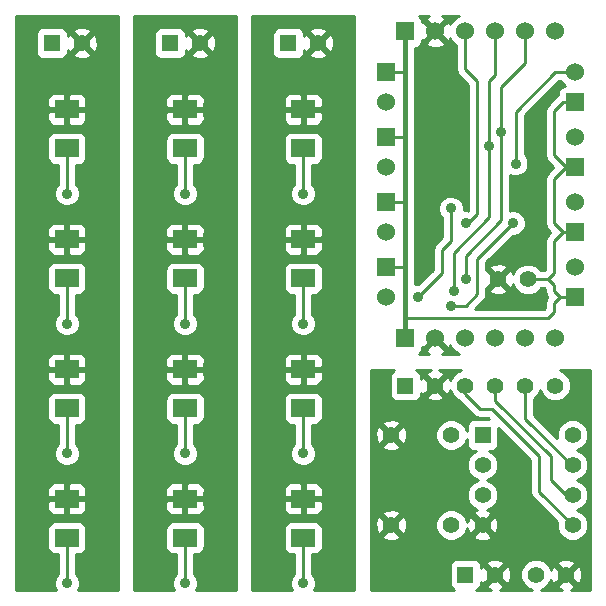
<source format=gbl>
G04 (created by PCBNEW (2013-04-19 BZR 4011)-stable) date 9/19/2013 12:32:27 AM*
%MOIN*%
G04 Gerber Fmt 3.4, Leading zero omitted, Abs format*
%FSLAX34Y34*%
G01*
G70*
G90*
G04 APERTURE LIST*
%ADD10C,0.00393701*%
%ADD11R,0.08X0.06*%
%ADD12R,0.055X0.055*%
%ADD13C,0.055*%
%ADD14R,0.06X0.06*%
%ADD15C,0.06*%
%ADD16C,0.035*%
%ADD17C,0.01*%
%ADD18C,0.015748*%
G04 APERTURE END LIST*
G54D10*
G54D11*
X84251Y-36850D03*
X84251Y-38150D03*
X84251Y-41180D03*
X84251Y-42480D03*
X84251Y-45511D03*
X84251Y-46811D03*
X84251Y-49842D03*
X84251Y-51142D03*
G54D12*
X83751Y-34645D03*
G54D13*
X84751Y-34645D03*
G54D11*
X80314Y-36850D03*
X80314Y-38150D03*
X80314Y-41180D03*
X80314Y-42480D03*
X80314Y-45511D03*
X80314Y-46811D03*
X80314Y-49842D03*
X80314Y-51142D03*
G54D12*
X79814Y-34645D03*
G54D13*
X80814Y-34645D03*
G54D11*
X76377Y-36850D03*
X76377Y-38150D03*
X76377Y-41180D03*
X76377Y-42480D03*
X76377Y-45511D03*
X76377Y-46811D03*
X76377Y-49842D03*
X76377Y-51142D03*
G54D12*
X75877Y-34645D03*
G54D13*
X76877Y-34645D03*
X87188Y-47712D03*
X89188Y-47712D03*
X87188Y-50712D03*
X89188Y-50712D03*
G54D12*
X87657Y-46062D03*
G54D13*
X88657Y-46062D03*
X89657Y-46062D03*
X90657Y-46062D03*
X91657Y-46062D03*
X92657Y-46062D03*
G54D12*
X89657Y-52362D03*
G54D13*
X90657Y-52362D03*
G54D12*
X90232Y-47712D03*
G54D13*
X90232Y-48712D03*
X90232Y-49712D03*
X90232Y-50712D03*
X93232Y-50712D03*
X93232Y-49712D03*
X93232Y-48712D03*
X93232Y-47712D03*
X92019Y-52362D03*
X93019Y-52362D03*
G54D14*
X93307Y-43118D03*
G54D15*
X93307Y-42118D03*
G54D14*
X93307Y-40952D03*
G54D15*
X93307Y-39952D03*
G54D14*
X93307Y-38787D03*
G54D15*
X93307Y-37787D03*
G54D14*
X93307Y-36622D03*
G54D15*
X93307Y-35622D03*
G54D14*
X87007Y-35622D03*
G54D15*
X87007Y-36622D03*
G54D14*
X87007Y-37787D03*
G54D15*
X87007Y-38787D03*
G54D14*
X87007Y-39952D03*
G54D15*
X87007Y-40952D03*
G54D14*
X87007Y-42118D03*
G54D15*
X87007Y-43118D03*
G54D14*
X87657Y-44488D03*
G54D15*
X88657Y-44488D03*
X89657Y-44488D03*
X90657Y-44488D03*
X91657Y-44488D03*
X92657Y-44488D03*
G54D14*
X87657Y-34251D03*
G54D15*
X88657Y-34251D03*
X89657Y-34251D03*
X90657Y-34251D03*
X91657Y-34251D03*
X92657Y-34251D03*
G54D13*
X90740Y-42519D03*
X91740Y-42519D03*
G54D16*
X90846Y-37598D03*
X89665Y-42519D03*
X91240Y-40649D03*
X89173Y-43405D03*
X89665Y-40649D03*
X90452Y-38090D03*
X89271Y-42913D03*
X91338Y-38661D03*
X84251Y-39665D03*
X80314Y-39665D03*
X76377Y-39665D03*
X84251Y-43996D03*
X80314Y-43996D03*
X76377Y-43996D03*
X84251Y-48326D03*
X80314Y-48326D03*
X76377Y-48326D03*
X89173Y-40157D03*
X88090Y-43110D03*
X84251Y-52657D03*
X80314Y-52657D03*
X76377Y-52657D03*
G54D17*
X93232Y-49712D02*
X93019Y-49712D01*
X90657Y-46562D02*
X90657Y-46062D01*
X92519Y-48425D02*
X90657Y-46562D01*
X92519Y-49212D02*
X92519Y-48425D01*
X93019Y-49712D02*
X92519Y-49212D01*
X93232Y-50712D02*
X92125Y-49606D01*
X89657Y-46350D02*
X89657Y-46062D01*
X90157Y-46850D02*
X89657Y-46350D01*
X90551Y-46850D02*
X90157Y-46850D01*
X92125Y-48425D02*
X90551Y-46850D01*
X92125Y-49606D02*
X92125Y-48425D01*
X91657Y-35311D02*
X91657Y-34251D01*
X90846Y-36122D02*
X91657Y-35311D01*
X90846Y-40551D02*
X90846Y-37598D01*
X90846Y-37598D02*
X90846Y-36122D01*
X89665Y-41732D02*
X90846Y-40551D01*
X89665Y-42519D02*
X89665Y-41732D01*
X93232Y-48712D02*
X93200Y-48712D01*
X91657Y-47169D02*
X91657Y-46062D01*
X93200Y-48712D02*
X91657Y-47169D01*
X90059Y-41830D02*
X91240Y-40649D01*
X90059Y-43011D02*
X90059Y-41830D01*
X89665Y-43405D02*
X90059Y-43011D01*
X89173Y-43405D02*
X89665Y-43405D01*
X89665Y-40649D02*
X89763Y-40649D01*
X89657Y-35523D02*
X89657Y-34251D01*
X90059Y-35925D02*
X89657Y-35523D01*
X90059Y-40354D02*
X90059Y-35925D01*
X89763Y-40649D02*
X90059Y-40354D01*
X89657Y-40641D02*
X89665Y-40649D01*
X90657Y-35720D02*
X90657Y-34251D01*
X90452Y-35925D02*
X90657Y-35720D01*
X90452Y-40452D02*
X90452Y-38090D01*
X90452Y-38090D02*
X90452Y-35925D01*
X89271Y-41633D02*
X90452Y-40452D01*
X89271Y-42913D02*
X89271Y-41633D01*
X91338Y-37007D02*
X91338Y-36929D01*
X91338Y-37007D02*
X91338Y-38661D01*
X92645Y-35622D02*
X93307Y-35622D01*
X91338Y-36929D02*
X92645Y-35622D01*
X84251Y-38150D02*
X84251Y-39665D01*
X80314Y-38150D02*
X80314Y-39665D01*
X76377Y-38150D02*
X76377Y-39665D01*
X84251Y-43996D02*
X84251Y-42480D01*
X80314Y-43996D02*
X80314Y-42480D01*
X76377Y-43996D02*
X76377Y-42480D01*
X84251Y-48326D02*
X84251Y-46811D01*
X80314Y-48326D02*
X80314Y-46811D01*
X76377Y-48326D02*
X76377Y-46811D01*
X89173Y-40157D02*
X89173Y-41240D01*
X88877Y-42322D02*
X88090Y-43110D01*
X88877Y-41535D02*
X88877Y-42322D01*
X89173Y-41240D02*
X88877Y-41535D01*
X84251Y-52657D02*
X84251Y-51142D01*
X80314Y-52657D02*
X80314Y-51142D01*
X76377Y-52657D02*
X76377Y-51142D01*
X92421Y-42519D02*
X91740Y-42519D01*
X87007Y-42118D02*
X87657Y-42118D01*
X87007Y-39952D02*
X87657Y-39952D01*
X87007Y-37787D02*
X87657Y-37787D01*
X87007Y-35622D02*
X87657Y-35622D01*
G54D18*
X87657Y-44488D02*
X87657Y-42118D01*
X87657Y-42118D02*
X87657Y-39952D01*
X87657Y-39952D02*
X87657Y-37787D01*
X87657Y-37787D02*
X87657Y-35622D01*
X87657Y-35622D02*
X87657Y-34251D01*
G54D17*
X87657Y-43799D02*
X92421Y-43799D01*
X92618Y-43307D02*
X92807Y-43118D01*
X92618Y-43602D02*
X92618Y-43307D01*
X92421Y-43799D02*
X92618Y-43602D01*
X92807Y-43118D02*
X93307Y-43118D01*
X92421Y-42519D02*
X92618Y-42716D01*
X92618Y-42716D02*
X92618Y-42913D01*
X92618Y-41255D02*
X92618Y-41437D01*
X92421Y-42519D02*
X92618Y-42322D01*
X92618Y-42322D02*
X92618Y-41437D01*
X92618Y-41255D02*
X92921Y-40952D01*
X92807Y-43118D02*
X92814Y-43118D01*
X92814Y-43118D02*
X93307Y-43118D01*
X92807Y-43118D02*
X93307Y-43118D01*
X92618Y-38385D02*
X92618Y-36909D01*
X92618Y-36909D02*
X92905Y-36622D01*
X92905Y-36622D02*
X93307Y-36622D01*
X93307Y-38787D02*
X93019Y-38787D01*
X93019Y-38787D02*
X92618Y-38385D01*
X93307Y-40952D02*
X92921Y-40952D01*
X92822Y-43118D02*
X92807Y-43118D01*
X92618Y-42913D02*
X92618Y-42913D01*
X92822Y-43118D02*
X93307Y-43118D01*
X92618Y-42913D02*
X92822Y-43118D01*
X93003Y-38787D02*
X93307Y-38787D01*
X92921Y-40952D02*
X92618Y-40649D01*
X92618Y-40649D02*
X92618Y-39173D01*
X92618Y-39173D02*
X93003Y-38787D01*
X93307Y-40952D02*
X92905Y-40952D01*
G54D10*
G36*
X85950Y-52879D02*
X85281Y-52879D01*
X85281Y-34721D01*
X85270Y-34512D01*
X85212Y-34372D01*
X85119Y-34348D01*
X85049Y-34419D01*
X85049Y-34277D01*
X85024Y-34185D01*
X84827Y-34115D01*
X84619Y-34127D01*
X84479Y-34185D01*
X84454Y-34277D01*
X84751Y-34574D01*
X85049Y-34277D01*
X85049Y-34419D01*
X84822Y-34645D01*
X85119Y-34942D01*
X85212Y-34918D01*
X85281Y-34721D01*
X85281Y-52879D01*
X85049Y-52879D01*
X85049Y-35013D01*
X84751Y-34716D01*
X84681Y-34787D01*
X84681Y-34645D01*
X84384Y-34348D01*
X84291Y-34372D01*
X84277Y-34413D01*
X84277Y-34321D01*
X84239Y-34229D01*
X84168Y-34158D01*
X84076Y-34120D01*
X83977Y-34120D01*
X83427Y-34120D01*
X83335Y-34158D01*
X83265Y-34228D01*
X83227Y-34320D01*
X83226Y-34420D01*
X83226Y-34970D01*
X83264Y-35062D01*
X83335Y-35132D01*
X83427Y-35170D01*
X83526Y-35170D01*
X84076Y-35170D01*
X84168Y-35132D01*
X84238Y-35062D01*
X84276Y-34970D01*
X84277Y-34883D01*
X84291Y-34918D01*
X84384Y-34942D01*
X84681Y-34645D01*
X84681Y-34787D01*
X84454Y-35013D01*
X84479Y-35106D01*
X84676Y-35175D01*
X84884Y-35164D01*
X85024Y-35106D01*
X85049Y-35013D01*
X85049Y-52879D01*
X84619Y-52879D01*
X84676Y-52742D01*
X84677Y-52573D01*
X84612Y-52417D01*
X84551Y-52356D01*
X84551Y-51692D01*
X84701Y-51692D01*
X84793Y-51654D01*
X84863Y-51583D01*
X84901Y-51492D01*
X84902Y-51392D01*
X84902Y-50792D01*
X84902Y-50191D01*
X84902Y-49492D01*
X84902Y-47061D01*
X84902Y-46461D01*
X84902Y-45860D01*
X84902Y-45161D01*
X84902Y-42731D01*
X84902Y-42131D01*
X84902Y-41530D01*
X84902Y-40831D01*
X84902Y-38400D01*
X84902Y-37800D01*
X84902Y-37199D01*
X84902Y-36500D01*
X84864Y-36408D01*
X84793Y-36338D01*
X84701Y-36300D01*
X84602Y-36299D01*
X84364Y-36300D01*
X84301Y-36362D01*
X84301Y-36800D01*
X84839Y-36800D01*
X84901Y-36737D01*
X84902Y-36500D01*
X84902Y-37199D01*
X84901Y-36962D01*
X84839Y-36900D01*
X84301Y-36900D01*
X84301Y-37337D01*
X84364Y-37400D01*
X84602Y-37400D01*
X84701Y-37399D01*
X84793Y-37361D01*
X84864Y-37291D01*
X84902Y-37199D01*
X84902Y-37800D01*
X84864Y-37708D01*
X84793Y-37638D01*
X84701Y-37600D01*
X84602Y-37599D01*
X84201Y-37599D01*
X84201Y-37337D01*
X84201Y-36900D01*
X84201Y-36800D01*
X84201Y-36362D01*
X84139Y-36300D01*
X83901Y-36299D01*
X83802Y-36300D01*
X83710Y-36338D01*
X83639Y-36408D01*
X83601Y-36500D01*
X83601Y-36737D01*
X83664Y-36800D01*
X84201Y-36800D01*
X84201Y-36900D01*
X83664Y-36900D01*
X83601Y-36962D01*
X83601Y-37199D01*
X83639Y-37291D01*
X83710Y-37361D01*
X83802Y-37399D01*
X83901Y-37400D01*
X84139Y-37400D01*
X84201Y-37337D01*
X84201Y-37599D01*
X83802Y-37599D01*
X83710Y-37637D01*
X83640Y-37708D01*
X83602Y-37800D01*
X83601Y-37899D01*
X83601Y-38499D01*
X83639Y-38591D01*
X83710Y-38661D01*
X83802Y-38699D01*
X83901Y-38700D01*
X83951Y-38700D01*
X83951Y-39364D01*
X83891Y-39424D01*
X83827Y-39580D01*
X83826Y-39749D01*
X83891Y-39905D01*
X84010Y-40025D01*
X84167Y-40090D01*
X84336Y-40090D01*
X84492Y-40025D01*
X84612Y-39906D01*
X84676Y-39750D01*
X84677Y-39581D01*
X84612Y-39424D01*
X84551Y-39364D01*
X84551Y-38700D01*
X84701Y-38700D01*
X84793Y-38662D01*
X84863Y-38591D01*
X84901Y-38499D01*
X84902Y-38400D01*
X84902Y-40831D01*
X84864Y-40739D01*
X84793Y-40668D01*
X84701Y-40630D01*
X84602Y-40630D01*
X84364Y-40630D01*
X84301Y-40693D01*
X84301Y-41130D01*
X84839Y-41130D01*
X84901Y-41068D01*
X84902Y-40831D01*
X84902Y-41530D01*
X84901Y-41293D01*
X84839Y-41230D01*
X84301Y-41230D01*
X84301Y-41668D01*
X84364Y-41730D01*
X84602Y-41730D01*
X84701Y-41730D01*
X84793Y-41692D01*
X84864Y-41622D01*
X84902Y-41530D01*
X84902Y-42131D01*
X84864Y-42039D01*
X84793Y-41968D01*
X84701Y-41930D01*
X84602Y-41930D01*
X84201Y-41930D01*
X84201Y-41668D01*
X84201Y-41230D01*
X84201Y-41130D01*
X84201Y-40693D01*
X84139Y-40630D01*
X83901Y-40630D01*
X83802Y-40630D01*
X83710Y-40668D01*
X83639Y-40739D01*
X83601Y-40831D01*
X83601Y-41068D01*
X83664Y-41130D01*
X84201Y-41130D01*
X84201Y-41230D01*
X83664Y-41230D01*
X83601Y-41293D01*
X83601Y-41530D01*
X83639Y-41622D01*
X83710Y-41692D01*
X83802Y-41730D01*
X83901Y-41730D01*
X84139Y-41730D01*
X84201Y-41668D01*
X84201Y-41930D01*
X83802Y-41930D01*
X83710Y-41968D01*
X83640Y-42038D01*
X83602Y-42130D01*
X83601Y-42230D01*
X83601Y-42830D01*
X83639Y-42922D01*
X83710Y-42992D01*
X83802Y-43030D01*
X83901Y-43030D01*
X83951Y-43030D01*
X83951Y-43695D01*
X83891Y-43755D01*
X83827Y-43911D01*
X83826Y-44080D01*
X83891Y-44236D01*
X84010Y-44356D01*
X84167Y-44420D01*
X84336Y-44421D01*
X84492Y-44356D01*
X84612Y-44237D01*
X84676Y-44080D01*
X84677Y-43911D01*
X84612Y-43755D01*
X84551Y-43695D01*
X84551Y-43030D01*
X84701Y-43030D01*
X84793Y-42992D01*
X84863Y-42922D01*
X84901Y-42830D01*
X84902Y-42731D01*
X84902Y-45161D01*
X84864Y-45069D01*
X84793Y-44999D01*
X84701Y-44961D01*
X84602Y-44961D01*
X84364Y-44961D01*
X84301Y-45023D01*
X84301Y-45461D01*
X84839Y-45461D01*
X84901Y-45398D01*
X84902Y-45161D01*
X84902Y-45860D01*
X84901Y-45623D01*
X84839Y-45561D01*
X84301Y-45561D01*
X84301Y-45998D01*
X84364Y-46061D01*
X84602Y-46061D01*
X84701Y-46061D01*
X84793Y-46023D01*
X84864Y-45952D01*
X84902Y-45860D01*
X84902Y-46461D01*
X84864Y-46369D01*
X84793Y-46299D01*
X84701Y-46261D01*
X84602Y-46261D01*
X84201Y-46261D01*
X84201Y-45998D01*
X84201Y-45561D01*
X84201Y-45461D01*
X84201Y-45023D01*
X84139Y-44961D01*
X83901Y-44961D01*
X83802Y-44961D01*
X83710Y-44999D01*
X83639Y-45069D01*
X83601Y-45161D01*
X83601Y-45398D01*
X83664Y-45461D01*
X84201Y-45461D01*
X84201Y-45561D01*
X83664Y-45561D01*
X83601Y-45623D01*
X83601Y-45860D01*
X83639Y-45952D01*
X83710Y-46023D01*
X83802Y-46061D01*
X83901Y-46061D01*
X84139Y-46061D01*
X84201Y-45998D01*
X84201Y-46261D01*
X83802Y-46261D01*
X83710Y-46299D01*
X83640Y-46369D01*
X83602Y-46461D01*
X83601Y-46560D01*
X83601Y-47160D01*
X83639Y-47252D01*
X83710Y-47323D01*
X83802Y-47361D01*
X83901Y-47361D01*
X83951Y-47361D01*
X83951Y-48025D01*
X83891Y-48085D01*
X83827Y-48241D01*
X83826Y-48410D01*
X83891Y-48567D01*
X84010Y-48686D01*
X84167Y-48751D01*
X84336Y-48751D01*
X84492Y-48687D01*
X84612Y-48567D01*
X84676Y-48411D01*
X84677Y-48242D01*
X84612Y-48086D01*
X84551Y-48025D01*
X84551Y-47361D01*
X84701Y-47361D01*
X84793Y-47323D01*
X84863Y-47253D01*
X84901Y-47161D01*
X84902Y-47061D01*
X84902Y-49492D01*
X84864Y-49400D01*
X84793Y-49330D01*
X84701Y-49292D01*
X84602Y-49292D01*
X84364Y-49292D01*
X84301Y-49354D01*
X84301Y-49792D01*
X84839Y-49792D01*
X84901Y-49729D01*
X84902Y-49492D01*
X84902Y-50191D01*
X84901Y-49954D01*
X84839Y-49892D01*
X84301Y-49892D01*
X84301Y-50329D01*
X84364Y-50392D01*
X84602Y-50392D01*
X84701Y-50392D01*
X84793Y-50353D01*
X84864Y-50283D01*
X84902Y-50191D01*
X84902Y-50792D01*
X84864Y-50700D01*
X84793Y-50630D01*
X84701Y-50592D01*
X84602Y-50592D01*
X84201Y-50592D01*
X84201Y-50329D01*
X84201Y-49892D01*
X84201Y-49792D01*
X84201Y-49354D01*
X84139Y-49292D01*
X83901Y-49292D01*
X83802Y-49292D01*
X83710Y-49330D01*
X83639Y-49400D01*
X83601Y-49492D01*
X83601Y-49729D01*
X83664Y-49792D01*
X84201Y-49792D01*
X84201Y-49892D01*
X83664Y-49892D01*
X83601Y-49954D01*
X83601Y-50191D01*
X83639Y-50283D01*
X83710Y-50353D01*
X83802Y-50392D01*
X83901Y-50392D01*
X84139Y-50392D01*
X84201Y-50329D01*
X84201Y-50592D01*
X83802Y-50592D01*
X83710Y-50630D01*
X83640Y-50700D01*
X83602Y-50792D01*
X83601Y-50891D01*
X83601Y-51491D01*
X83639Y-51583D01*
X83710Y-51653D01*
X83802Y-51692D01*
X83901Y-51692D01*
X83951Y-51692D01*
X83951Y-52356D01*
X83891Y-52416D01*
X83827Y-52572D01*
X83826Y-52741D01*
X83884Y-52879D01*
X82553Y-52879D01*
X82553Y-33734D01*
X85950Y-33734D01*
X85950Y-52879D01*
X85950Y-52879D01*
G37*
G54D17*
X85950Y-52879D02*
X85281Y-52879D01*
X85281Y-34721D01*
X85270Y-34512D01*
X85212Y-34372D01*
X85119Y-34348D01*
X85049Y-34419D01*
X85049Y-34277D01*
X85024Y-34185D01*
X84827Y-34115D01*
X84619Y-34127D01*
X84479Y-34185D01*
X84454Y-34277D01*
X84751Y-34574D01*
X85049Y-34277D01*
X85049Y-34419D01*
X84822Y-34645D01*
X85119Y-34942D01*
X85212Y-34918D01*
X85281Y-34721D01*
X85281Y-52879D01*
X85049Y-52879D01*
X85049Y-35013D01*
X84751Y-34716D01*
X84681Y-34787D01*
X84681Y-34645D01*
X84384Y-34348D01*
X84291Y-34372D01*
X84277Y-34413D01*
X84277Y-34321D01*
X84239Y-34229D01*
X84168Y-34158D01*
X84076Y-34120D01*
X83977Y-34120D01*
X83427Y-34120D01*
X83335Y-34158D01*
X83265Y-34228D01*
X83227Y-34320D01*
X83226Y-34420D01*
X83226Y-34970D01*
X83264Y-35062D01*
X83335Y-35132D01*
X83427Y-35170D01*
X83526Y-35170D01*
X84076Y-35170D01*
X84168Y-35132D01*
X84238Y-35062D01*
X84276Y-34970D01*
X84277Y-34883D01*
X84291Y-34918D01*
X84384Y-34942D01*
X84681Y-34645D01*
X84681Y-34787D01*
X84454Y-35013D01*
X84479Y-35106D01*
X84676Y-35175D01*
X84884Y-35164D01*
X85024Y-35106D01*
X85049Y-35013D01*
X85049Y-52879D01*
X84619Y-52879D01*
X84676Y-52742D01*
X84677Y-52573D01*
X84612Y-52417D01*
X84551Y-52356D01*
X84551Y-51692D01*
X84701Y-51692D01*
X84793Y-51654D01*
X84863Y-51583D01*
X84901Y-51492D01*
X84902Y-51392D01*
X84902Y-50792D01*
X84902Y-50191D01*
X84902Y-49492D01*
X84902Y-47061D01*
X84902Y-46461D01*
X84902Y-45860D01*
X84902Y-45161D01*
X84902Y-42731D01*
X84902Y-42131D01*
X84902Y-41530D01*
X84902Y-40831D01*
X84902Y-38400D01*
X84902Y-37800D01*
X84902Y-37199D01*
X84902Y-36500D01*
X84864Y-36408D01*
X84793Y-36338D01*
X84701Y-36300D01*
X84602Y-36299D01*
X84364Y-36300D01*
X84301Y-36362D01*
X84301Y-36800D01*
X84839Y-36800D01*
X84901Y-36737D01*
X84902Y-36500D01*
X84902Y-37199D01*
X84901Y-36962D01*
X84839Y-36900D01*
X84301Y-36900D01*
X84301Y-37337D01*
X84364Y-37400D01*
X84602Y-37400D01*
X84701Y-37399D01*
X84793Y-37361D01*
X84864Y-37291D01*
X84902Y-37199D01*
X84902Y-37800D01*
X84864Y-37708D01*
X84793Y-37638D01*
X84701Y-37600D01*
X84602Y-37599D01*
X84201Y-37599D01*
X84201Y-37337D01*
X84201Y-36900D01*
X84201Y-36800D01*
X84201Y-36362D01*
X84139Y-36300D01*
X83901Y-36299D01*
X83802Y-36300D01*
X83710Y-36338D01*
X83639Y-36408D01*
X83601Y-36500D01*
X83601Y-36737D01*
X83664Y-36800D01*
X84201Y-36800D01*
X84201Y-36900D01*
X83664Y-36900D01*
X83601Y-36962D01*
X83601Y-37199D01*
X83639Y-37291D01*
X83710Y-37361D01*
X83802Y-37399D01*
X83901Y-37400D01*
X84139Y-37400D01*
X84201Y-37337D01*
X84201Y-37599D01*
X83802Y-37599D01*
X83710Y-37637D01*
X83640Y-37708D01*
X83602Y-37800D01*
X83601Y-37899D01*
X83601Y-38499D01*
X83639Y-38591D01*
X83710Y-38661D01*
X83802Y-38699D01*
X83901Y-38700D01*
X83951Y-38700D01*
X83951Y-39364D01*
X83891Y-39424D01*
X83827Y-39580D01*
X83826Y-39749D01*
X83891Y-39905D01*
X84010Y-40025D01*
X84167Y-40090D01*
X84336Y-40090D01*
X84492Y-40025D01*
X84612Y-39906D01*
X84676Y-39750D01*
X84677Y-39581D01*
X84612Y-39424D01*
X84551Y-39364D01*
X84551Y-38700D01*
X84701Y-38700D01*
X84793Y-38662D01*
X84863Y-38591D01*
X84901Y-38499D01*
X84902Y-38400D01*
X84902Y-40831D01*
X84864Y-40739D01*
X84793Y-40668D01*
X84701Y-40630D01*
X84602Y-40630D01*
X84364Y-40630D01*
X84301Y-40693D01*
X84301Y-41130D01*
X84839Y-41130D01*
X84901Y-41068D01*
X84902Y-40831D01*
X84902Y-41530D01*
X84901Y-41293D01*
X84839Y-41230D01*
X84301Y-41230D01*
X84301Y-41668D01*
X84364Y-41730D01*
X84602Y-41730D01*
X84701Y-41730D01*
X84793Y-41692D01*
X84864Y-41622D01*
X84902Y-41530D01*
X84902Y-42131D01*
X84864Y-42039D01*
X84793Y-41968D01*
X84701Y-41930D01*
X84602Y-41930D01*
X84201Y-41930D01*
X84201Y-41668D01*
X84201Y-41230D01*
X84201Y-41130D01*
X84201Y-40693D01*
X84139Y-40630D01*
X83901Y-40630D01*
X83802Y-40630D01*
X83710Y-40668D01*
X83639Y-40739D01*
X83601Y-40831D01*
X83601Y-41068D01*
X83664Y-41130D01*
X84201Y-41130D01*
X84201Y-41230D01*
X83664Y-41230D01*
X83601Y-41293D01*
X83601Y-41530D01*
X83639Y-41622D01*
X83710Y-41692D01*
X83802Y-41730D01*
X83901Y-41730D01*
X84139Y-41730D01*
X84201Y-41668D01*
X84201Y-41930D01*
X83802Y-41930D01*
X83710Y-41968D01*
X83640Y-42038D01*
X83602Y-42130D01*
X83601Y-42230D01*
X83601Y-42830D01*
X83639Y-42922D01*
X83710Y-42992D01*
X83802Y-43030D01*
X83901Y-43030D01*
X83951Y-43030D01*
X83951Y-43695D01*
X83891Y-43755D01*
X83827Y-43911D01*
X83826Y-44080D01*
X83891Y-44236D01*
X84010Y-44356D01*
X84167Y-44420D01*
X84336Y-44421D01*
X84492Y-44356D01*
X84612Y-44237D01*
X84676Y-44080D01*
X84677Y-43911D01*
X84612Y-43755D01*
X84551Y-43695D01*
X84551Y-43030D01*
X84701Y-43030D01*
X84793Y-42992D01*
X84863Y-42922D01*
X84901Y-42830D01*
X84902Y-42731D01*
X84902Y-45161D01*
X84864Y-45069D01*
X84793Y-44999D01*
X84701Y-44961D01*
X84602Y-44961D01*
X84364Y-44961D01*
X84301Y-45023D01*
X84301Y-45461D01*
X84839Y-45461D01*
X84901Y-45398D01*
X84902Y-45161D01*
X84902Y-45860D01*
X84901Y-45623D01*
X84839Y-45561D01*
X84301Y-45561D01*
X84301Y-45998D01*
X84364Y-46061D01*
X84602Y-46061D01*
X84701Y-46061D01*
X84793Y-46023D01*
X84864Y-45952D01*
X84902Y-45860D01*
X84902Y-46461D01*
X84864Y-46369D01*
X84793Y-46299D01*
X84701Y-46261D01*
X84602Y-46261D01*
X84201Y-46261D01*
X84201Y-45998D01*
X84201Y-45561D01*
X84201Y-45461D01*
X84201Y-45023D01*
X84139Y-44961D01*
X83901Y-44961D01*
X83802Y-44961D01*
X83710Y-44999D01*
X83639Y-45069D01*
X83601Y-45161D01*
X83601Y-45398D01*
X83664Y-45461D01*
X84201Y-45461D01*
X84201Y-45561D01*
X83664Y-45561D01*
X83601Y-45623D01*
X83601Y-45860D01*
X83639Y-45952D01*
X83710Y-46023D01*
X83802Y-46061D01*
X83901Y-46061D01*
X84139Y-46061D01*
X84201Y-45998D01*
X84201Y-46261D01*
X83802Y-46261D01*
X83710Y-46299D01*
X83640Y-46369D01*
X83602Y-46461D01*
X83601Y-46560D01*
X83601Y-47160D01*
X83639Y-47252D01*
X83710Y-47323D01*
X83802Y-47361D01*
X83901Y-47361D01*
X83951Y-47361D01*
X83951Y-48025D01*
X83891Y-48085D01*
X83827Y-48241D01*
X83826Y-48410D01*
X83891Y-48567D01*
X84010Y-48686D01*
X84167Y-48751D01*
X84336Y-48751D01*
X84492Y-48687D01*
X84612Y-48567D01*
X84676Y-48411D01*
X84677Y-48242D01*
X84612Y-48086D01*
X84551Y-48025D01*
X84551Y-47361D01*
X84701Y-47361D01*
X84793Y-47323D01*
X84863Y-47253D01*
X84901Y-47161D01*
X84902Y-47061D01*
X84902Y-49492D01*
X84864Y-49400D01*
X84793Y-49330D01*
X84701Y-49292D01*
X84602Y-49292D01*
X84364Y-49292D01*
X84301Y-49354D01*
X84301Y-49792D01*
X84839Y-49792D01*
X84901Y-49729D01*
X84902Y-49492D01*
X84902Y-50191D01*
X84901Y-49954D01*
X84839Y-49892D01*
X84301Y-49892D01*
X84301Y-50329D01*
X84364Y-50392D01*
X84602Y-50392D01*
X84701Y-50392D01*
X84793Y-50353D01*
X84864Y-50283D01*
X84902Y-50191D01*
X84902Y-50792D01*
X84864Y-50700D01*
X84793Y-50630D01*
X84701Y-50592D01*
X84602Y-50592D01*
X84201Y-50592D01*
X84201Y-50329D01*
X84201Y-49892D01*
X84201Y-49792D01*
X84201Y-49354D01*
X84139Y-49292D01*
X83901Y-49292D01*
X83802Y-49292D01*
X83710Y-49330D01*
X83639Y-49400D01*
X83601Y-49492D01*
X83601Y-49729D01*
X83664Y-49792D01*
X84201Y-49792D01*
X84201Y-49892D01*
X83664Y-49892D01*
X83601Y-49954D01*
X83601Y-50191D01*
X83639Y-50283D01*
X83710Y-50353D01*
X83802Y-50392D01*
X83901Y-50392D01*
X84139Y-50392D01*
X84201Y-50329D01*
X84201Y-50592D01*
X83802Y-50592D01*
X83710Y-50630D01*
X83640Y-50700D01*
X83602Y-50792D01*
X83601Y-50891D01*
X83601Y-51491D01*
X83639Y-51583D01*
X83710Y-51653D01*
X83802Y-51692D01*
X83901Y-51692D01*
X83951Y-51692D01*
X83951Y-52356D01*
X83891Y-52416D01*
X83827Y-52572D01*
X83826Y-52741D01*
X83884Y-52879D01*
X82553Y-52879D01*
X82553Y-33734D01*
X85950Y-33734D01*
X85950Y-52879D01*
G54D10*
G36*
X82013Y-52879D02*
X81344Y-52879D01*
X81344Y-34721D01*
X81333Y-34512D01*
X81275Y-34372D01*
X81182Y-34348D01*
X81112Y-34419D01*
X81112Y-34277D01*
X81087Y-34185D01*
X80890Y-34115D01*
X80682Y-34127D01*
X80542Y-34185D01*
X80517Y-34277D01*
X80814Y-34574D01*
X81112Y-34277D01*
X81112Y-34419D01*
X80885Y-34645D01*
X81182Y-34942D01*
X81275Y-34918D01*
X81344Y-34721D01*
X81344Y-52879D01*
X81112Y-52879D01*
X81112Y-35013D01*
X80814Y-34716D01*
X80744Y-34787D01*
X80744Y-34645D01*
X80447Y-34348D01*
X80354Y-34372D01*
X80340Y-34413D01*
X80340Y-34321D01*
X80302Y-34229D01*
X80231Y-34158D01*
X80139Y-34120D01*
X80040Y-34120D01*
X79490Y-34120D01*
X79398Y-34158D01*
X79328Y-34228D01*
X79290Y-34320D01*
X79289Y-34420D01*
X79289Y-34970D01*
X79327Y-35062D01*
X79398Y-35132D01*
X79490Y-35170D01*
X79589Y-35170D01*
X80139Y-35170D01*
X80231Y-35132D01*
X80301Y-35062D01*
X80339Y-34970D01*
X80339Y-34883D01*
X80354Y-34918D01*
X80447Y-34942D01*
X80744Y-34645D01*
X80744Y-34787D01*
X80517Y-35013D01*
X80542Y-35106D01*
X80739Y-35175D01*
X80947Y-35164D01*
X81087Y-35106D01*
X81112Y-35013D01*
X81112Y-52879D01*
X80682Y-52879D01*
X80739Y-52742D01*
X80740Y-52573D01*
X80675Y-52417D01*
X80614Y-52356D01*
X80614Y-51692D01*
X80764Y-51692D01*
X80856Y-51654D01*
X80926Y-51583D01*
X80964Y-51492D01*
X80965Y-51392D01*
X80965Y-50792D01*
X80965Y-50191D01*
X80965Y-49492D01*
X80965Y-47061D01*
X80965Y-46461D01*
X80965Y-45860D01*
X80965Y-45161D01*
X80965Y-42731D01*
X80965Y-42131D01*
X80965Y-41530D01*
X80965Y-40831D01*
X80965Y-38400D01*
X80965Y-37800D01*
X80965Y-37199D01*
X80965Y-36500D01*
X80927Y-36408D01*
X80856Y-36338D01*
X80764Y-36300D01*
X80665Y-36299D01*
X80427Y-36300D01*
X80364Y-36362D01*
X80364Y-36800D01*
X80902Y-36800D01*
X80964Y-36737D01*
X80965Y-36500D01*
X80965Y-37199D01*
X80964Y-36962D01*
X80902Y-36900D01*
X80364Y-36900D01*
X80364Y-37337D01*
X80427Y-37400D01*
X80665Y-37400D01*
X80764Y-37399D01*
X80856Y-37361D01*
X80927Y-37291D01*
X80965Y-37199D01*
X80965Y-37800D01*
X80927Y-37708D01*
X80856Y-37638D01*
X80764Y-37600D01*
X80665Y-37599D01*
X80264Y-37599D01*
X80264Y-37337D01*
X80264Y-36900D01*
X80264Y-36800D01*
X80264Y-36362D01*
X80202Y-36300D01*
X79964Y-36299D01*
X79865Y-36300D01*
X79773Y-36338D01*
X79702Y-36408D01*
X79664Y-36500D01*
X79664Y-36737D01*
X79727Y-36800D01*
X80264Y-36800D01*
X80264Y-36900D01*
X79727Y-36900D01*
X79664Y-36962D01*
X79664Y-37199D01*
X79702Y-37291D01*
X79773Y-37361D01*
X79865Y-37399D01*
X79964Y-37400D01*
X80202Y-37400D01*
X80264Y-37337D01*
X80264Y-37599D01*
X79865Y-37599D01*
X79773Y-37637D01*
X79703Y-37708D01*
X79665Y-37800D01*
X79664Y-37899D01*
X79664Y-38499D01*
X79702Y-38591D01*
X79773Y-38661D01*
X79865Y-38699D01*
X79964Y-38700D01*
X80014Y-38700D01*
X80014Y-39364D01*
X79954Y-39424D01*
X79890Y-39580D01*
X79889Y-39749D01*
X79954Y-39905D01*
X80073Y-40025D01*
X80230Y-40090D01*
X80399Y-40090D01*
X80555Y-40025D01*
X80675Y-39906D01*
X80739Y-39750D01*
X80740Y-39581D01*
X80675Y-39424D01*
X80614Y-39364D01*
X80614Y-38700D01*
X80764Y-38700D01*
X80856Y-38662D01*
X80926Y-38591D01*
X80964Y-38499D01*
X80965Y-38400D01*
X80965Y-40831D01*
X80927Y-40739D01*
X80856Y-40668D01*
X80764Y-40630D01*
X80665Y-40630D01*
X80427Y-40630D01*
X80364Y-40693D01*
X80364Y-41130D01*
X80902Y-41130D01*
X80964Y-41068D01*
X80965Y-40831D01*
X80965Y-41530D01*
X80964Y-41293D01*
X80902Y-41230D01*
X80364Y-41230D01*
X80364Y-41668D01*
X80427Y-41730D01*
X80665Y-41730D01*
X80764Y-41730D01*
X80856Y-41692D01*
X80927Y-41622D01*
X80965Y-41530D01*
X80965Y-42131D01*
X80927Y-42039D01*
X80856Y-41968D01*
X80764Y-41930D01*
X80665Y-41930D01*
X80264Y-41930D01*
X80264Y-41668D01*
X80264Y-41230D01*
X80264Y-41130D01*
X80264Y-40693D01*
X80202Y-40630D01*
X79964Y-40630D01*
X79865Y-40630D01*
X79773Y-40668D01*
X79702Y-40739D01*
X79664Y-40831D01*
X79664Y-41068D01*
X79727Y-41130D01*
X80264Y-41130D01*
X80264Y-41230D01*
X79727Y-41230D01*
X79664Y-41293D01*
X79664Y-41530D01*
X79702Y-41622D01*
X79773Y-41692D01*
X79865Y-41730D01*
X79964Y-41730D01*
X80202Y-41730D01*
X80264Y-41668D01*
X80264Y-41930D01*
X79865Y-41930D01*
X79773Y-41968D01*
X79703Y-42038D01*
X79665Y-42130D01*
X79664Y-42230D01*
X79664Y-42830D01*
X79702Y-42922D01*
X79773Y-42992D01*
X79865Y-43030D01*
X79964Y-43030D01*
X80014Y-43030D01*
X80014Y-43695D01*
X79954Y-43755D01*
X79890Y-43911D01*
X79889Y-44080D01*
X79954Y-44236D01*
X80073Y-44356D01*
X80230Y-44420D01*
X80399Y-44421D01*
X80555Y-44356D01*
X80675Y-44237D01*
X80739Y-44080D01*
X80740Y-43911D01*
X80675Y-43755D01*
X80614Y-43695D01*
X80614Y-43030D01*
X80764Y-43030D01*
X80856Y-42992D01*
X80926Y-42922D01*
X80964Y-42830D01*
X80965Y-42731D01*
X80965Y-45161D01*
X80927Y-45069D01*
X80856Y-44999D01*
X80764Y-44961D01*
X80665Y-44961D01*
X80427Y-44961D01*
X80364Y-45023D01*
X80364Y-45461D01*
X80902Y-45461D01*
X80964Y-45398D01*
X80965Y-45161D01*
X80965Y-45860D01*
X80964Y-45623D01*
X80902Y-45561D01*
X80364Y-45561D01*
X80364Y-45998D01*
X80427Y-46061D01*
X80665Y-46061D01*
X80764Y-46061D01*
X80856Y-46023D01*
X80927Y-45952D01*
X80965Y-45860D01*
X80965Y-46461D01*
X80927Y-46369D01*
X80856Y-46299D01*
X80764Y-46261D01*
X80665Y-46261D01*
X80264Y-46261D01*
X80264Y-45998D01*
X80264Y-45561D01*
X80264Y-45461D01*
X80264Y-45023D01*
X80202Y-44961D01*
X79964Y-44961D01*
X79865Y-44961D01*
X79773Y-44999D01*
X79702Y-45069D01*
X79664Y-45161D01*
X79664Y-45398D01*
X79727Y-45461D01*
X80264Y-45461D01*
X80264Y-45561D01*
X79727Y-45561D01*
X79664Y-45623D01*
X79664Y-45860D01*
X79702Y-45952D01*
X79773Y-46023D01*
X79865Y-46061D01*
X79964Y-46061D01*
X80202Y-46061D01*
X80264Y-45998D01*
X80264Y-46261D01*
X79865Y-46261D01*
X79773Y-46299D01*
X79703Y-46369D01*
X79665Y-46461D01*
X79664Y-46560D01*
X79664Y-47160D01*
X79702Y-47252D01*
X79773Y-47323D01*
X79865Y-47361D01*
X79964Y-47361D01*
X80014Y-47361D01*
X80014Y-48025D01*
X79954Y-48085D01*
X79890Y-48241D01*
X79889Y-48410D01*
X79954Y-48567D01*
X80073Y-48686D01*
X80230Y-48751D01*
X80399Y-48751D01*
X80555Y-48687D01*
X80675Y-48567D01*
X80739Y-48411D01*
X80740Y-48242D01*
X80675Y-48086D01*
X80614Y-48025D01*
X80614Y-47361D01*
X80764Y-47361D01*
X80856Y-47323D01*
X80926Y-47253D01*
X80964Y-47161D01*
X80965Y-47061D01*
X80965Y-49492D01*
X80927Y-49400D01*
X80856Y-49330D01*
X80764Y-49292D01*
X80665Y-49292D01*
X80427Y-49292D01*
X80364Y-49354D01*
X80364Y-49792D01*
X80902Y-49792D01*
X80964Y-49729D01*
X80965Y-49492D01*
X80965Y-50191D01*
X80964Y-49954D01*
X80902Y-49892D01*
X80364Y-49892D01*
X80364Y-50329D01*
X80427Y-50392D01*
X80665Y-50392D01*
X80764Y-50392D01*
X80856Y-50353D01*
X80927Y-50283D01*
X80965Y-50191D01*
X80965Y-50792D01*
X80927Y-50700D01*
X80856Y-50630D01*
X80764Y-50592D01*
X80665Y-50592D01*
X80264Y-50592D01*
X80264Y-50329D01*
X80264Y-49892D01*
X80264Y-49792D01*
X80264Y-49354D01*
X80202Y-49292D01*
X79964Y-49292D01*
X79865Y-49292D01*
X79773Y-49330D01*
X79702Y-49400D01*
X79664Y-49492D01*
X79664Y-49729D01*
X79727Y-49792D01*
X80264Y-49792D01*
X80264Y-49892D01*
X79727Y-49892D01*
X79664Y-49954D01*
X79664Y-50191D01*
X79702Y-50283D01*
X79773Y-50353D01*
X79865Y-50392D01*
X79964Y-50392D01*
X80202Y-50392D01*
X80264Y-50329D01*
X80264Y-50592D01*
X79865Y-50592D01*
X79773Y-50630D01*
X79703Y-50700D01*
X79665Y-50792D01*
X79664Y-50891D01*
X79664Y-51491D01*
X79702Y-51583D01*
X79773Y-51653D01*
X79865Y-51692D01*
X79964Y-51692D01*
X80014Y-51692D01*
X80014Y-52356D01*
X79954Y-52416D01*
X79890Y-52572D01*
X79889Y-52741D01*
X79947Y-52879D01*
X78616Y-52879D01*
X78616Y-33734D01*
X82013Y-33734D01*
X82013Y-52879D01*
X82013Y-52879D01*
G37*
G54D17*
X82013Y-52879D02*
X81344Y-52879D01*
X81344Y-34721D01*
X81333Y-34512D01*
X81275Y-34372D01*
X81182Y-34348D01*
X81112Y-34419D01*
X81112Y-34277D01*
X81087Y-34185D01*
X80890Y-34115D01*
X80682Y-34127D01*
X80542Y-34185D01*
X80517Y-34277D01*
X80814Y-34574D01*
X81112Y-34277D01*
X81112Y-34419D01*
X80885Y-34645D01*
X81182Y-34942D01*
X81275Y-34918D01*
X81344Y-34721D01*
X81344Y-52879D01*
X81112Y-52879D01*
X81112Y-35013D01*
X80814Y-34716D01*
X80744Y-34787D01*
X80744Y-34645D01*
X80447Y-34348D01*
X80354Y-34372D01*
X80340Y-34413D01*
X80340Y-34321D01*
X80302Y-34229D01*
X80231Y-34158D01*
X80139Y-34120D01*
X80040Y-34120D01*
X79490Y-34120D01*
X79398Y-34158D01*
X79328Y-34228D01*
X79290Y-34320D01*
X79289Y-34420D01*
X79289Y-34970D01*
X79327Y-35062D01*
X79398Y-35132D01*
X79490Y-35170D01*
X79589Y-35170D01*
X80139Y-35170D01*
X80231Y-35132D01*
X80301Y-35062D01*
X80339Y-34970D01*
X80339Y-34883D01*
X80354Y-34918D01*
X80447Y-34942D01*
X80744Y-34645D01*
X80744Y-34787D01*
X80517Y-35013D01*
X80542Y-35106D01*
X80739Y-35175D01*
X80947Y-35164D01*
X81087Y-35106D01*
X81112Y-35013D01*
X81112Y-52879D01*
X80682Y-52879D01*
X80739Y-52742D01*
X80740Y-52573D01*
X80675Y-52417D01*
X80614Y-52356D01*
X80614Y-51692D01*
X80764Y-51692D01*
X80856Y-51654D01*
X80926Y-51583D01*
X80964Y-51492D01*
X80965Y-51392D01*
X80965Y-50792D01*
X80965Y-50191D01*
X80965Y-49492D01*
X80965Y-47061D01*
X80965Y-46461D01*
X80965Y-45860D01*
X80965Y-45161D01*
X80965Y-42731D01*
X80965Y-42131D01*
X80965Y-41530D01*
X80965Y-40831D01*
X80965Y-38400D01*
X80965Y-37800D01*
X80965Y-37199D01*
X80965Y-36500D01*
X80927Y-36408D01*
X80856Y-36338D01*
X80764Y-36300D01*
X80665Y-36299D01*
X80427Y-36300D01*
X80364Y-36362D01*
X80364Y-36800D01*
X80902Y-36800D01*
X80964Y-36737D01*
X80965Y-36500D01*
X80965Y-37199D01*
X80964Y-36962D01*
X80902Y-36900D01*
X80364Y-36900D01*
X80364Y-37337D01*
X80427Y-37400D01*
X80665Y-37400D01*
X80764Y-37399D01*
X80856Y-37361D01*
X80927Y-37291D01*
X80965Y-37199D01*
X80965Y-37800D01*
X80927Y-37708D01*
X80856Y-37638D01*
X80764Y-37600D01*
X80665Y-37599D01*
X80264Y-37599D01*
X80264Y-37337D01*
X80264Y-36900D01*
X80264Y-36800D01*
X80264Y-36362D01*
X80202Y-36300D01*
X79964Y-36299D01*
X79865Y-36300D01*
X79773Y-36338D01*
X79702Y-36408D01*
X79664Y-36500D01*
X79664Y-36737D01*
X79727Y-36800D01*
X80264Y-36800D01*
X80264Y-36900D01*
X79727Y-36900D01*
X79664Y-36962D01*
X79664Y-37199D01*
X79702Y-37291D01*
X79773Y-37361D01*
X79865Y-37399D01*
X79964Y-37400D01*
X80202Y-37400D01*
X80264Y-37337D01*
X80264Y-37599D01*
X79865Y-37599D01*
X79773Y-37637D01*
X79703Y-37708D01*
X79665Y-37800D01*
X79664Y-37899D01*
X79664Y-38499D01*
X79702Y-38591D01*
X79773Y-38661D01*
X79865Y-38699D01*
X79964Y-38700D01*
X80014Y-38700D01*
X80014Y-39364D01*
X79954Y-39424D01*
X79890Y-39580D01*
X79889Y-39749D01*
X79954Y-39905D01*
X80073Y-40025D01*
X80230Y-40090D01*
X80399Y-40090D01*
X80555Y-40025D01*
X80675Y-39906D01*
X80739Y-39750D01*
X80740Y-39581D01*
X80675Y-39424D01*
X80614Y-39364D01*
X80614Y-38700D01*
X80764Y-38700D01*
X80856Y-38662D01*
X80926Y-38591D01*
X80964Y-38499D01*
X80965Y-38400D01*
X80965Y-40831D01*
X80927Y-40739D01*
X80856Y-40668D01*
X80764Y-40630D01*
X80665Y-40630D01*
X80427Y-40630D01*
X80364Y-40693D01*
X80364Y-41130D01*
X80902Y-41130D01*
X80964Y-41068D01*
X80965Y-40831D01*
X80965Y-41530D01*
X80964Y-41293D01*
X80902Y-41230D01*
X80364Y-41230D01*
X80364Y-41668D01*
X80427Y-41730D01*
X80665Y-41730D01*
X80764Y-41730D01*
X80856Y-41692D01*
X80927Y-41622D01*
X80965Y-41530D01*
X80965Y-42131D01*
X80927Y-42039D01*
X80856Y-41968D01*
X80764Y-41930D01*
X80665Y-41930D01*
X80264Y-41930D01*
X80264Y-41668D01*
X80264Y-41230D01*
X80264Y-41130D01*
X80264Y-40693D01*
X80202Y-40630D01*
X79964Y-40630D01*
X79865Y-40630D01*
X79773Y-40668D01*
X79702Y-40739D01*
X79664Y-40831D01*
X79664Y-41068D01*
X79727Y-41130D01*
X80264Y-41130D01*
X80264Y-41230D01*
X79727Y-41230D01*
X79664Y-41293D01*
X79664Y-41530D01*
X79702Y-41622D01*
X79773Y-41692D01*
X79865Y-41730D01*
X79964Y-41730D01*
X80202Y-41730D01*
X80264Y-41668D01*
X80264Y-41930D01*
X79865Y-41930D01*
X79773Y-41968D01*
X79703Y-42038D01*
X79665Y-42130D01*
X79664Y-42230D01*
X79664Y-42830D01*
X79702Y-42922D01*
X79773Y-42992D01*
X79865Y-43030D01*
X79964Y-43030D01*
X80014Y-43030D01*
X80014Y-43695D01*
X79954Y-43755D01*
X79890Y-43911D01*
X79889Y-44080D01*
X79954Y-44236D01*
X80073Y-44356D01*
X80230Y-44420D01*
X80399Y-44421D01*
X80555Y-44356D01*
X80675Y-44237D01*
X80739Y-44080D01*
X80740Y-43911D01*
X80675Y-43755D01*
X80614Y-43695D01*
X80614Y-43030D01*
X80764Y-43030D01*
X80856Y-42992D01*
X80926Y-42922D01*
X80964Y-42830D01*
X80965Y-42731D01*
X80965Y-45161D01*
X80927Y-45069D01*
X80856Y-44999D01*
X80764Y-44961D01*
X80665Y-44961D01*
X80427Y-44961D01*
X80364Y-45023D01*
X80364Y-45461D01*
X80902Y-45461D01*
X80964Y-45398D01*
X80965Y-45161D01*
X80965Y-45860D01*
X80964Y-45623D01*
X80902Y-45561D01*
X80364Y-45561D01*
X80364Y-45998D01*
X80427Y-46061D01*
X80665Y-46061D01*
X80764Y-46061D01*
X80856Y-46023D01*
X80927Y-45952D01*
X80965Y-45860D01*
X80965Y-46461D01*
X80927Y-46369D01*
X80856Y-46299D01*
X80764Y-46261D01*
X80665Y-46261D01*
X80264Y-46261D01*
X80264Y-45998D01*
X80264Y-45561D01*
X80264Y-45461D01*
X80264Y-45023D01*
X80202Y-44961D01*
X79964Y-44961D01*
X79865Y-44961D01*
X79773Y-44999D01*
X79702Y-45069D01*
X79664Y-45161D01*
X79664Y-45398D01*
X79727Y-45461D01*
X80264Y-45461D01*
X80264Y-45561D01*
X79727Y-45561D01*
X79664Y-45623D01*
X79664Y-45860D01*
X79702Y-45952D01*
X79773Y-46023D01*
X79865Y-46061D01*
X79964Y-46061D01*
X80202Y-46061D01*
X80264Y-45998D01*
X80264Y-46261D01*
X79865Y-46261D01*
X79773Y-46299D01*
X79703Y-46369D01*
X79665Y-46461D01*
X79664Y-46560D01*
X79664Y-47160D01*
X79702Y-47252D01*
X79773Y-47323D01*
X79865Y-47361D01*
X79964Y-47361D01*
X80014Y-47361D01*
X80014Y-48025D01*
X79954Y-48085D01*
X79890Y-48241D01*
X79889Y-48410D01*
X79954Y-48567D01*
X80073Y-48686D01*
X80230Y-48751D01*
X80399Y-48751D01*
X80555Y-48687D01*
X80675Y-48567D01*
X80739Y-48411D01*
X80740Y-48242D01*
X80675Y-48086D01*
X80614Y-48025D01*
X80614Y-47361D01*
X80764Y-47361D01*
X80856Y-47323D01*
X80926Y-47253D01*
X80964Y-47161D01*
X80965Y-47061D01*
X80965Y-49492D01*
X80927Y-49400D01*
X80856Y-49330D01*
X80764Y-49292D01*
X80665Y-49292D01*
X80427Y-49292D01*
X80364Y-49354D01*
X80364Y-49792D01*
X80902Y-49792D01*
X80964Y-49729D01*
X80965Y-49492D01*
X80965Y-50191D01*
X80964Y-49954D01*
X80902Y-49892D01*
X80364Y-49892D01*
X80364Y-50329D01*
X80427Y-50392D01*
X80665Y-50392D01*
X80764Y-50392D01*
X80856Y-50353D01*
X80927Y-50283D01*
X80965Y-50191D01*
X80965Y-50792D01*
X80927Y-50700D01*
X80856Y-50630D01*
X80764Y-50592D01*
X80665Y-50592D01*
X80264Y-50592D01*
X80264Y-50329D01*
X80264Y-49892D01*
X80264Y-49792D01*
X80264Y-49354D01*
X80202Y-49292D01*
X79964Y-49292D01*
X79865Y-49292D01*
X79773Y-49330D01*
X79702Y-49400D01*
X79664Y-49492D01*
X79664Y-49729D01*
X79727Y-49792D01*
X80264Y-49792D01*
X80264Y-49892D01*
X79727Y-49892D01*
X79664Y-49954D01*
X79664Y-50191D01*
X79702Y-50283D01*
X79773Y-50353D01*
X79865Y-50392D01*
X79964Y-50392D01*
X80202Y-50392D01*
X80264Y-50329D01*
X80264Y-50592D01*
X79865Y-50592D01*
X79773Y-50630D01*
X79703Y-50700D01*
X79665Y-50792D01*
X79664Y-50891D01*
X79664Y-51491D01*
X79702Y-51583D01*
X79773Y-51653D01*
X79865Y-51692D01*
X79964Y-51692D01*
X80014Y-51692D01*
X80014Y-52356D01*
X79954Y-52416D01*
X79890Y-52572D01*
X79889Y-52741D01*
X79947Y-52879D01*
X78616Y-52879D01*
X78616Y-33734D01*
X82013Y-33734D01*
X82013Y-52879D01*
G54D10*
G36*
X78076Y-52879D02*
X77407Y-52879D01*
X77407Y-34721D01*
X77396Y-34512D01*
X77338Y-34372D01*
X77245Y-34348D01*
X77175Y-34419D01*
X77175Y-34277D01*
X77150Y-34185D01*
X76953Y-34115D01*
X76745Y-34127D01*
X76605Y-34185D01*
X76580Y-34277D01*
X76877Y-34574D01*
X77175Y-34277D01*
X77175Y-34419D01*
X76948Y-34645D01*
X77245Y-34942D01*
X77338Y-34918D01*
X77407Y-34721D01*
X77407Y-52879D01*
X77175Y-52879D01*
X77175Y-35013D01*
X76877Y-34716D01*
X76807Y-34787D01*
X76807Y-34645D01*
X76510Y-34348D01*
X76417Y-34372D01*
X76402Y-34413D01*
X76402Y-34321D01*
X76365Y-34229D01*
X76294Y-34158D01*
X76202Y-34120D01*
X76103Y-34120D01*
X75553Y-34120D01*
X75461Y-34158D01*
X75391Y-34228D01*
X75352Y-34320D01*
X75352Y-34420D01*
X75352Y-34970D01*
X75390Y-35062D01*
X75461Y-35132D01*
X75553Y-35170D01*
X75652Y-35170D01*
X76202Y-35170D01*
X76294Y-35132D01*
X76364Y-35062D01*
X76402Y-34970D01*
X76402Y-34883D01*
X76417Y-34918D01*
X76510Y-34942D01*
X76807Y-34645D01*
X76807Y-34787D01*
X76580Y-35013D01*
X76605Y-35106D01*
X76802Y-35175D01*
X77010Y-35164D01*
X77150Y-35106D01*
X77175Y-35013D01*
X77175Y-52879D01*
X76745Y-52879D01*
X76802Y-52742D01*
X76803Y-52573D01*
X76738Y-52417D01*
X76677Y-52356D01*
X76677Y-51692D01*
X76827Y-51692D01*
X76919Y-51654D01*
X76989Y-51583D01*
X77027Y-51492D01*
X77027Y-51392D01*
X77027Y-50792D01*
X77027Y-50191D01*
X77027Y-49492D01*
X77027Y-47061D01*
X77027Y-46461D01*
X77027Y-45860D01*
X77027Y-45161D01*
X77027Y-42731D01*
X77027Y-42131D01*
X77027Y-41530D01*
X77027Y-40831D01*
X77027Y-38400D01*
X77027Y-37800D01*
X77027Y-37199D01*
X77027Y-36500D01*
X76990Y-36408D01*
X76919Y-36338D01*
X76827Y-36300D01*
X76728Y-36299D01*
X76490Y-36300D01*
X76427Y-36362D01*
X76427Y-36800D01*
X76965Y-36800D01*
X77027Y-36737D01*
X77027Y-36500D01*
X77027Y-37199D01*
X77027Y-36962D01*
X76965Y-36900D01*
X76427Y-36900D01*
X76427Y-37337D01*
X76490Y-37400D01*
X76728Y-37400D01*
X76827Y-37399D01*
X76919Y-37361D01*
X76990Y-37291D01*
X77027Y-37199D01*
X77027Y-37800D01*
X76990Y-37708D01*
X76919Y-37638D01*
X76827Y-37600D01*
X76728Y-37599D01*
X76327Y-37599D01*
X76327Y-37337D01*
X76327Y-36900D01*
X76327Y-36800D01*
X76327Y-36362D01*
X76265Y-36300D01*
X76027Y-36299D01*
X75928Y-36300D01*
X75836Y-36338D01*
X75765Y-36408D01*
X75727Y-36500D01*
X75727Y-36737D01*
X75790Y-36800D01*
X76327Y-36800D01*
X76327Y-36900D01*
X75790Y-36900D01*
X75727Y-36962D01*
X75727Y-37199D01*
X75765Y-37291D01*
X75836Y-37361D01*
X75928Y-37399D01*
X76027Y-37400D01*
X76265Y-37400D01*
X76327Y-37337D01*
X76327Y-37599D01*
X75928Y-37599D01*
X75836Y-37637D01*
X75766Y-37708D01*
X75727Y-37800D01*
X75727Y-37899D01*
X75727Y-38499D01*
X75765Y-38591D01*
X75836Y-38661D01*
X75928Y-38699D01*
X76027Y-38700D01*
X76077Y-38700D01*
X76077Y-39364D01*
X76017Y-39424D01*
X75953Y-39580D01*
X75952Y-39749D01*
X76017Y-39905D01*
X76136Y-40025D01*
X76293Y-40090D01*
X76462Y-40090D01*
X76618Y-40025D01*
X76738Y-39906D01*
X76802Y-39750D01*
X76803Y-39581D01*
X76738Y-39424D01*
X76677Y-39364D01*
X76677Y-38700D01*
X76827Y-38700D01*
X76919Y-38662D01*
X76989Y-38591D01*
X77027Y-38499D01*
X77027Y-38400D01*
X77027Y-40831D01*
X76990Y-40739D01*
X76919Y-40668D01*
X76827Y-40630D01*
X76728Y-40630D01*
X76490Y-40630D01*
X76427Y-40693D01*
X76427Y-41130D01*
X76965Y-41130D01*
X77027Y-41068D01*
X77027Y-40831D01*
X77027Y-41530D01*
X77027Y-41293D01*
X76965Y-41230D01*
X76427Y-41230D01*
X76427Y-41668D01*
X76490Y-41730D01*
X76728Y-41730D01*
X76827Y-41730D01*
X76919Y-41692D01*
X76990Y-41622D01*
X77027Y-41530D01*
X77027Y-42131D01*
X76990Y-42039D01*
X76919Y-41968D01*
X76827Y-41930D01*
X76728Y-41930D01*
X76327Y-41930D01*
X76327Y-41668D01*
X76327Y-41230D01*
X76327Y-41130D01*
X76327Y-40693D01*
X76265Y-40630D01*
X76027Y-40630D01*
X75928Y-40630D01*
X75836Y-40668D01*
X75765Y-40739D01*
X75727Y-40831D01*
X75727Y-41068D01*
X75790Y-41130D01*
X76327Y-41130D01*
X76327Y-41230D01*
X75790Y-41230D01*
X75727Y-41293D01*
X75727Y-41530D01*
X75765Y-41622D01*
X75836Y-41692D01*
X75928Y-41730D01*
X76027Y-41730D01*
X76265Y-41730D01*
X76327Y-41668D01*
X76327Y-41930D01*
X75928Y-41930D01*
X75836Y-41968D01*
X75766Y-42038D01*
X75727Y-42130D01*
X75727Y-42230D01*
X75727Y-42830D01*
X75765Y-42922D01*
X75836Y-42992D01*
X75928Y-43030D01*
X76027Y-43030D01*
X76077Y-43030D01*
X76077Y-43695D01*
X76017Y-43755D01*
X75953Y-43911D01*
X75952Y-44080D01*
X76017Y-44236D01*
X76136Y-44356D01*
X76293Y-44420D01*
X76462Y-44421D01*
X76618Y-44356D01*
X76738Y-44237D01*
X76802Y-44080D01*
X76803Y-43911D01*
X76738Y-43755D01*
X76677Y-43695D01*
X76677Y-43030D01*
X76827Y-43030D01*
X76919Y-42992D01*
X76989Y-42922D01*
X77027Y-42830D01*
X77027Y-42731D01*
X77027Y-45161D01*
X76990Y-45069D01*
X76919Y-44999D01*
X76827Y-44961D01*
X76728Y-44961D01*
X76490Y-44961D01*
X76427Y-45023D01*
X76427Y-45461D01*
X76965Y-45461D01*
X77027Y-45398D01*
X77027Y-45161D01*
X77027Y-45860D01*
X77027Y-45623D01*
X76965Y-45561D01*
X76427Y-45561D01*
X76427Y-45998D01*
X76490Y-46061D01*
X76728Y-46061D01*
X76827Y-46061D01*
X76919Y-46023D01*
X76990Y-45952D01*
X77027Y-45860D01*
X77027Y-46461D01*
X76990Y-46369D01*
X76919Y-46299D01*
X76827Y-46261D01*
X76728Y-46261D01*
X76327Y-46261D01*
X76327Y-45998D01*
X76327Y-45561D01*
X76327Y-45461D01*
X76327Y-45023D01*
X76265Y-44961D01*
X76027Y-44961D01*
X75928Y-44961D01*
X75836Y-44999D01*
X75765Y-45069D01*
X75727Y-45161D01*
X75727Y-45398D01*
X75790Y-45461D01*
X76327Y-45461D01*
X76327Y-45561D01*
X75790Y-45561D01*
X75727Y-45623D01*
X75727Y-45860D01*
X75765Y-45952D01*
X75836Y-46023D01*
X75928Y-46061D01*
X76027Y-46061D01*
X76265Y-46061D01*
X76327Y-45998D01*
X76327Y-46261D01*
X75928Y-46261D01*
X75836Y-46299D01*
X75766Y-46369D01*
X75727Y-46461D01*
X75727Y-46560D01*
X75727Y-47160D01*
X75765Y-47252D01*
X75836Y-47323D01*
X75928Y-47361D01*
X76027Y-47361D01*
X76077Y-47361D01*
X76077Y-48025D01*
X76017Y-48085D01*
X75953Y-48241D01*
X75952Y-48410D01*
X76017Y-48567D01*
X76136Y-48686D01*
X76293Y-48751D01*
X76462Y-48751D01*
X76618Y-48687D01*
X76738Y-48567D01*
X76802Y-48411D01*
X76803Y-48242D01*
X76738Y-48086D01*
X76677Y-48025D01*
X76677Y-47361D01*
X76827Y-47361D01*
X76919Y-47323D01*
X76989Y-47253D01*
X77027Y-47161D01*
X77027Y-47061D01*
X77027Y-49492D01*
X76990Y-49400D01*
X76919Y-49330D01*
X76827Y-49292D01*
X76728Y-49292D01*
X76490Y-49292D01*
X76427Y-49354D01*
X76427Y-49792D01*
X76965Y-49792D01*
X77027Y-49729D01*
X77027Y-49492D01*
X77027Y-50191D01*
X77027Y-49954D01*
X76965Y-49892D01*
X76427Y-49892D01*
X76427Y-50329D01*
X76490Y-50392D01*
X76728Y-50392D01*
X76827Y-50392D01*
X76919Y-50353D01*
X76990Y-50283D01*
X77027Y-50191D01*
X77027Y-50792D01*
X76990Y-50700D01*
X76919Y-50630D01*
X76827Y-50592D01*
X76728Y-50592D01*
X76327Y-50592D01*
X76327Y-50329D01*
X76327Y-49892D01*
X76327Y-49792D01*
X76327Y-49354D01*
X76265Y-49292D01*
X76027Y-49292D01*
X75928Y-49292D01*
X75836Y-49330D01*
X75765Y-49400D01*
X75727Y-49492D01*
X75727Y-49729D01*
X75790Y-49792D01*
X76327Y-49792D01*
X76327Y-49892D01*
X75790Y-49892D01*
X75727Y-49954D01*
X75727Y-50191D01*
X75765Y-50283D01*
X75836Y-50353D01*
X75928Y-50392D01*
X76027Y-50392D01*
X76265Y-50392D01*
X76327Y-50329D01*
X76327Y-50592D01*
X75928Y-50592D01*
X75836Y-50630D01*
X75766Y-50700D01*
X75727Y-50792D01*
X75727Y-50891D01*
X75727Y-51491D01*
X75765Y-51583D01*
X75836Y-51653D01*
X75928Y-51692D01*
X76027Y-51692D01*
X76077Y-51692D01*
X76077Y-52356D01*
X76017Y-52416D01*
X75953Y-52572D01*
X75952Y-52741D01*
X76010Y-52879D01*
X74679Y-52879D01*
X74679Y-33734D01*
X78076Y-33734D01*
X78076Y-52879D01*
X78076Y-52879D01*
G37*
G54D17*
X78076Y-52879D02*
X77407Y-52879D01*
X77407Y-34721D01*
X77396Y-34512D01*
X77338Y-34372D01*
X77245Y-34348D01*
X77175Y-34419D01*
X77175Y-34277D01*
X77150Y-34185D01*
X76953Y-34115D01*
X76745Y-34127D01*
X76605Y-34185D01*
X76580Y-34277D01*
X76877Y-34574D01*
X77175Y-34277D01*
X77175Y-34419D01*
X76948Y-34645D01*
X77245Y-34942D01*
X77338Y-34918D01*
X77407Y-34721D01*
X77407Y-52879D01*
X77175Y-52879D01*
X77175Y-35013D01*
X76877Y-34716D01*
X76807Y-34787D01*
X76807Y-34645D01*
X76510Y-34348D01*
X76417Y-34372D01*
X76402Y-34413D01*
X76402Y-34321D01*
X76365Y-34229D01*
X76294Y-34158D01*
X76202Y-34120D01*
X76103Y-34120D01*
X75553Y-34120D01*
X75461Y-34158D01*
X75391Y-34228D01*
X75352Y-34320D01*
X75352Y-34420D01*
X75352Y-34970D01*
X75390Y-35062D01*
X75461Y-35132D01*
X75553Y-35170D01*
X75652Y-35170D01*
X76202Y-35170D01*
X76294Y-35132D01*
X76364Y-35062D01*
X76402Y-34970D01*
X76402Y-34883D01*
X76417Y-34918D01*
X76510Y-34942D01*
X76807Y-34645D01*
X76807Y-34787D01*
X76580Y-35013D01*
X76605Y-35106D01*
X76802Y-35175D01*
X77010Y-35164D01*
X77150Y-35106D01*
X77175Y-35013D01*
X77175Y-52879D01*
X76745Y-52879D01*
X76802Y-52742D01*
X76803Y-52573D01*
X76738Y-52417D01*
X76677Y-52356D01*
X76677Y-51692D01*
X76827Y-51692D01*
X76919Y-51654D01*
X76989Y-51583D01*
X77027Y-51492D01*
X77027Y-51392D01*
X77027Y-50792D01*
X77027Y-50191D01*
X77027Y-49492D01*
X77027Y-47061D01*
X77027Y-46461D01*
X77027Y-45860D01*
X77027Y-45161D01*
X77027Y-42731D01*
X77027Y-42131D01*
X77027Y-41530D01*
X77027Y-40831D01*
X77027Y-38400D01*
X77027Y-37800D01*
X77027Y-37199D01*
X77027Y-36500D01*
X76990Y-36408D01*
X76919Y-36338D01*
X76827Y-36300D01*
X76728Y-36299D01*
X76490Y-36300D01*
X76427Y-36362D01*
X76427Y-36800D01*
X76965Y-36800D01*
X77027Y-36737D01*
X77027Y-36500D01*
X77027Y-37199D01*
X77027Y-36962D01*
X76965Y-36900D01*
X76427Y-36900D01*
X76427Y-37337D01*
X76490Y-37400D01*
X76728Y-37400D01*
X76827Y-37399D01*
X76919Y-37361D01*
X76990Y-37291D01*
X77027Y-37199D01*
X77027Y-37800D01*
X76990Y-37708D01*
X76919Y-37638D01*
X76827Y-37600D01*
X76728Y-37599D01*
X76327Y-37599D01*
X76327Y-37337D01*
X76327Y-36900D01*
X76327Y-36800D01*
X76327Y-36362D01*
X76265Y-36300D01*
X76027Y-36299D01*
X75928Y-36300D01*
X75836Y-36338D01*
X75765Y-36408D01*
X75727Y-36500D01*
X75727Y-36737D01*
X75790Y-36800D01*
X76327Y-36800D01*
X76327Y-36900D01*
X75790Y-36900D01*
X75727Y-36962D01*
X75727Y-37199D01*
X75765Y-37291D01*
X75836Y-37361D01*
X75928Y-37399D01*
X76027Y-37400D01*
X76265Y-37400D01*
X76327Y-37337D01*
X76327Y-37599D01*
X75928Y-37599D01*
X75836Y-37637D01*
X75766Y-37708D01*
X75727Y-37800D01*
X75727Y-37899D01*
X75727Y-38499D01*
X75765Y-38591D01*
X75836Y-38661D01*
X75928Y-38699D01*
X76027Y-38700D01*
X76077Y-38700D01*
X76077Y-39364D01*
X76017Y-39424D01*
X75953Y-39580D01*
X75952Y-39749D01*
X76017Y-39905D01*
X76136Y-40025D01*
X76293Y-40090D01*
X76462Y-40090D01*
X76618Y-40025D01*
X76738Y-39906D01*
X76802Y-39750D01*
X76803Y-39581D01*
X76738Y-39424D01*
X76677Y-39364D01*
X76677Y-38700D01*
X76827Y-38700D01*
X76919Y-38662D01*
X76989Y-38591D01*
X77027Y-38499D01*
X77027Y-38400D01*
X77027Y-40831D01*
X76990Y-40739D01*
X76919Y-40668D01*
X76827Y-40630D01*
X76728Y-40630D01*
X76490Y-40630D01*
X76427Y-40693D01*
X76427Y-41130D01*
X76965Y-41130D01*
X77027Y-41068D01*
X77027Y-40831D01*
X77027Y-41530D01*
X77027Y-41293D01*
X76965Y-41230D01*
X76427Y-41230D01*
X76427Y-41668D01*
X76490Y-41730D01*
X76728Y-41730D01*
X76827Y-41730D01*
X76919Y-41692D01*
X76990Y-41622D01*
X77027Y-41530D01*
X77027Y-42131D01*
X76990Y-42039D01*
X76919Y-41968D01*
X76827Y-41930D01*
X76728Y-41930D01*
X76327Y-41930D01*
X76327Y-41668D01*
X76327Y-41230D01*
X76327Y-41130D01*
X76327Y-40693D01*
X76265Y-40630D01*
X76027Y-40630D01*
X75928Y-40630D01*
X75836Y-40668D01*
X75765Y-40739D01*
X75727Y-40831D01*
X75727Y-41068D01*
X75790Y-41130D01*
X76327Y-41130D01*
X76327Y-41230D01*
X75790Y-41230D01*
X75727Y-41293D01*
X75727Y-41530D01*
X75765Y-41622D01*
X75836Y-41692D01*
X75928Y-41730D01*
X76027Y-41730D01*
X76265Y-41730D01*
X76327Y-41668D01*
X76327Y-41930D01*
X75928Y-41930D01*
X75836Y-41968D01*
X75766Y-42038D01*
X75727Y-42130D01*
X75727Y-42230D01*
X75727Y-42830D01*
X75765Y-42922D01*
X75836Y-42992D01*
X75928Y-43030D01*
X76027Y-43030D01*
X76077Y-43030D01*
X76077Y-43695D01*
X76017Y-43755D01*
X75953Y-43911D01*
X75952Y-44080D01*
X76017Y-44236D01*
X76136Y-44356D01*
X76293Y-44420D01*
X76462Y-44421D01*
X76618Y-44356D01*
X76738Y-44237D01*
X76802Y-44080D01*
X76803Y-43911D01*
X76738Y-43755D01*
X76677Y-43695D01*
X76677Y-43030D01*
X76827Y-43030D01*
X76919Y-42992D01*
X76989Y-42922D01*
X77027Y-42830D01*
X77027Y-42731D01*
X77027Y-45161D01*
X76990Y-45069D01*
X76919Y-44999D01*
X76827Y-44961D01*
X76728Y-44961D01*
X76490Y-44961D01*
X76427Y-45023D01*
X76427Y-45461D01*
X76965Y-45461D01*
X77027Y-45398D01*
X77027Y-45161D01*
X77027Y-45860D01*
X77027Y-45623D01*
X76965Y-45561D01*
X76427Y-45561D01*
X76427Y-45998D01*
X76490Y-46061D01*
X76728Y-46061D01*
X76827Y-46061D01*
X76919Y-46023D01*
X76990Y-45952D01*
X77027Y-45860D01*
X77027Y-46461D01*
X76990Y-46369D01*
X76919Y-46299D01*
X76827Y-46261D01*
X76728Y-46261D01*
X76327Y-46261D01*
X76327Y-45998D01*
X76327Y-45561D01*
X76327Y-45461D01*
X76327Y-45023D01*
X76265Y-44961D01*
X76027Y-44961D01*
X75928Y-44961D01*
X75836Y-44999D01*
X75765Y-45069D01*
X75727Y-45161D01*
X75727Y-45398D01*
X75790Y-45461D01*
X76327Y-45461D01*
X76327Y-45561D01*
X75790Y-45561D01*
X75727Y-45623D01*
X75727Y-45860D01*
X75765Y-45952D01*
X75836Y-46023D01*
X75928Y-46061D01*
X76027Y-46061D01*
X76265Y-46061D01*
X76327Y-45998D01*
X76327Y-46261D01*
X75928Y-46261D01*
X75836Y-46299D01*
X75766Y-46369D01*
X75727Y-46461D01*
X75727Y-46560D01*
X75727Y-47160D01*
X75765Y-47252D01*
X75836Y-47323D01*
X75928Y-47361D01*
X76027Y-47361D01*
X76077Y-47361D01*
X76077Y-48025D01*
X76017Y-48085D01*
X75953Y-48241D01*
X75952Y-48410D01*
X76017Y-48567D01*
X76136Y-48686D01*
X76293Y-48751D01*
X76462Y-48751D01*
X76618Y-48687D01*
X76738Y-48567D01*
X76802Y-48411D01*
X76803Y-48242D01*
X76738Y-48086D01*
X76677Y-48025D01*
X76677Y-47361D01*
X76827Y-47361D01*
X76919Y-47323D01*
X76989Y-47253D01*
X77027Y-47161D01*
X77027Y-47061D01*
X77027Y-49492D01*
X76990Y-49400D01*
X76919Y-49330D01*
X76827Y-49292D01*
X76728Y-49292D01*
X76490Y-49292D01*
X76427Y-49354D01*
X76427Y-49792D01*
X76965Y-49792D01*
X77027Y-49729D01*
X77027Y-49492D01*
X77027Y-50191D01*
X77027Y-49954D01*
X76965Y-49892D01*
X76427Y-49892D01*
X76427Y-50329D01*
X76490Y-50392D01*
X76728Y-50392D01*
X76827Y-50392D01*
X76919Y-50353D01*
X76990Y-50283D01*
X77027Y-50191D01*
X77027Y-50792D01*
X76990Y-50700D01*
X76919Y-50630D01*
X76827Y-50592D01*
X76728Y-50592D01*
X76327Y-50592D01*
X76327Y-50329D01*
X76327Y-49892D01*
X76327Y-49792D01*
X76327Y-49354D01*
X76265Y-49292D01*
X76027Y-49292D01*
X75928Y-49292D01*
X75836Y-49330D01*
X75765Y-49400D01*
X75727Y-49492D01*
X75727Y-49729D01*
X75790Y-49792D01*
X76327Y-49792D01*
X76327Y-49892D01*
X75790Y-49892D01*
X75727Y-49954D01*
X75727Y-50191D01*
X75765Y-50283D01*
X75836Y-50353D01*
X75928Y-50392D01*
X76027Y-50392D01*
X76265Y-50392D01*
X76327Y-50329D01*
X76327Y-50592D01*
X75928Y-50592D01*
X75836Y-50630D01*
X75766Y-50700D01*
X75727Y-50792D01*
X75727Y-50891D01*
X75727Y-51491D01*
X75765Y-51583D01*
X75836Y-51653D01*
X75928Y-51692D01*
X76027Y-51692D01*
X76077Y-51692D01*
X76077Y-52356D01*
X76017Y-52416D01*
X75953Y-52572D01*
X75952Y-52741D01*
X76010Y-52879D01*
X74679Y-52879D01*
X74679Y-33734D01*
X78076Y-33734D01*
X78076Y-52879D01*
G54D10*
G36*
X93814Y-52870D02*
X93549Y-52870D01*
X93549Y-52438D01*
X93538Y-52229D01*
X93480Y-52089D01*
X93387Y-52065D01*
X93316Y-52135D01*
X93316Y-51994D01*
X93292Y-51901D01*
X93095Y-51832D01*
X92886Y-51843D01*
X92746Y-51901D01*
X92722Y-51994D01*
X93019Y-52291D01*
X93316Y-51994D01*
X93316Y-52135D01*
X93090Y-52362D01*
X93387Y-52659D01*
X93480Y-52635D01*
X93549Y-52438D01*
X93549Y-52870D01*
X93178Y-52870D01*
X93292Y-52822D01*
X93316Y-52729D01*
X93019Y-52432D01*
X92722Y-52729D01*
X92746Y-52822D01*
X92881Y-52870D01*
X92165Y-52870D01*
X92316Y-52807D01*
X92464Y-52659D01*
X92517Y-52533D01*
X92559Y-52635D01*
X92651Y-52659D01*
X92948Y-52362D01*
X92651Y-52065D01*
X92559Y-52089D01*
X92520Y-52199D01*
X92465Y-52065D01*
X92317Y-51917D01*
X92124Y-51837D01*
X91915Y-51837D01*
X91722Y-51916D01*
X91574Y-52064D01*
X91494Y-52257D01*
X91494Y-52466D01*
X91574Y-52659D01*
X91721Y-52807D01*
X91873Y-52870D01*
X91187Y-52870D01*
X91187Y-52438D01*
X91176Y-52229D01*
X91118Y-52089D01*
X91025Y-52065D01*
X90954Y-52135D01*
X90954Y-51994D01*
X90930Y-51901D01*
X90762Y-51842D01*
X90762Y-50788D01*
X90750Y-50579D01*
X90692Y-50439D01*
X90600Y-50415D01*
X90302Y-50712D01*
X90600Y-51009D01*
X90692Y-50985D01*
X90762Y-50788D01*
X90762Y-51842D01*
X90733Y-51832D01*
X90529Y-51843D01*
X90529Y-51080D01*
X90232Y-50783D01*
X90161Y-50854D01*
X90161Y-50712D01*
X89864Y-50415D01*
X89771Y-50439D01*
X89713Y-50606D01*
X89634Y-50415D01*
X89486Y-50267D01*
X89293Y-50187D01*
X89085Y-50187D01*
X88891Y-50267D01*
X88744Y-50414D01*
X88664Y-50607D01*
X88663Y-50816D01*
X88743Y-51009D01*
X88891Y-51157D01*
X89084Y-51237D01*
X89292Y-51237D01*
X89485Y-51157D01*
X89633Y-51010D01*
X89712Y-50821D01*
X89713Y-50845D01*
X89771Y-50985D01*
X89864Y-51009D01*
X90161Y-50712D01*
X90161Y-50854D01*
X89935Y-51080D01*
X89959Y-51173D01*
X90156Y-51242D01*
X90365Y-51231D01*
X90505Y-51173D01*
X90529Y-51080D01*
X90529Y-51843D01*
X90524Y-51843D01*
X90384Y-51901D01*
X90360Y-51994D01*
X90657Y-52291D01*
X90954Y-51994D01*
X90954Y-52135D01*
X90728Y-52362D01*
X91025Y-52659D01*
X91118Y-52635D01*
X91187Y-52438D01*
X91187Y-52870D01*
X90816Y-52870D01*
X90930Y-52822D01*
X90954Y-52729D01*
X90657Y-52432D01*
X90360Y-52729D01*
X90384Y-52822D01*
X90519Y-52870D01*
X90023Y-52870D01*
X90073Y-52849D01*
X90144Y-52779D01*
X90182Y-52687D01*
X90182Y-52600D01*
X90196Y-52635D01*
X90289Y-52659D01*
X90586Y-52362D01*
X90289Y-52065D01*
X90196Y-52089D01*
X90182Y-52130D01*
X90182Y-52037D01*
X90144Y-51945D01*
X90074Y-51875D01*
X89982Y-51837D01*
X89882Y-51837D01*
X89332Y-51837D01*
X89241Y-51875D01*
X89170Y-51945D01*
X89132Y-52037D01*
X89132Y-52136D01*
X89132Y-52686D01*
X89170Y-52778D01*
X89240Y-52849D01*
X89291Y-52870D01*
X87718Y-52870D01*
X87718Y-50788D01*
X87718Y-47788D01*
X87707Y-47579D01*
X87649Y-47439D01*
X87556Y-47415D01*
X87486Y-47486D01*
X87486Y-47344D01*
X87461Y-47252D01*
X87264Y-47182D01*
X87056Y-47194D01*
X86916Y-47252D01*
X86891Y-47344D01*
X87188Y-47641D01*
X87486Y-47344D01*
X87486Y-47486D01*
X87259Y-47712D01*
X87556Y-48009D01*
X87649Y-47985D01*
X87718Y-47788D01*
X87718Y-50788D01*
X87707Y-50579D01*
X87649Y-50439D01*
X87556Y-50415D01*
X87486Y-50486D01*
X87486Y-50344D01*
X87486Y-48080D01*
X87188Y-47783D01*
X87118Y-47854D01*
X87118Y-47712D01*
X86821Y-47415D01*
X86728Y-47439D01*
X86659Y-47636D01*
X86670Y-47845D01*
X86728Y-47985D01*
X86821Y-48009D01*
X87118Y-47712D01*
X87118Y-47854D01*
X86891Y-48080D01*
X86916Y-48173D01*
X87113Y-48242D01*
X87321Y-48231D01*
X87461Y-48173D01*
X87486Y-48080D01*
X87486Y-50344D01*
X87461Y-50252D01*
X87264Y-50182D01*
X87056Y-50194D01*
X86916Y-50252D01*
X86891Y-50344D01*
X87188Y-50641D01*
X87486Y-50344D01*
X87486Y-50486D01*
X87259Y-50712D01*
X87556Y-51009D01*
X87649Y-50985D01*
X87718Y-50788D01*
X87718Y-52870D01*
X87486Y-52870D01*
X87486Y-51080D01*
X87188Y-50783D01*
X87118Y-50854D01*
X87118Y-50712D01*
X86821Y-50415D01*
X86728Y-50439D01*
X86659Y-50636D01*
X86670Y-50845D01*
X86728Y-50985D01*
X86821Y-51009D01*
X87118Y-50712D01*
X87118Y-50854D01*
X86891Y-51080D01*
X86916Y-51173D01*
X87113Y-51242D01*
X87321Y-51231D01*
X87461Y-51173D01*
X87486Y-51080D01*
X87486Y-52870D01*
X86500Y-52870D01*
X86500Y-45555D01*
X87291Y-45555D01*
X87241Y-45575D01*
X87170Y-45646D01*
X87132Y-45738D01*
X87132Y-45837D01*
X87132Y-46387D01*
X87170Y-46479D01*
X87240Y-46549D01*
X87332Y-46587D01*
X87431Y-46588D01*
X87981Y-46588D01*
X88073Y-46550D01*
X88144Y-46479D01*
X88182Y-46387D01*
X88182Y-46300D01*
X88196Y-46335D01*
X88289Y-46360D01*
X88586Y-46062D01*
X88289Y-45765D01*
X88196Y-45790D01*
X88182Y-45831D01*
X88182Y-45738D01*
X88144Y-45646D01*
X88074Y-45576D01*
X88023Y-45555D01*
X88498Y-45555D01*
X88384Y-45602D01*
X88360Y-45695D01*
X88657Y-45992D01*
X88954Y-45695D01*
X88930Y-45602D01*
X88795Y-45555D01*
X89511Y-45555D01*
X89360Y-45617D01*
X89212Y-45765D01*
X89160Y-45891D01*
X89118Y-45790D01*
X89025Y-45765D01*
X88728Y-46062D01*
X89025Y-46360D01*
X89118Y-46335D01*
X89156Y-46225D01*
X89212Y-46359D01*
X89359Y-46507D01*
X89427Y-46536D01*
X89427Y-46536D01*
X89445Y-46562D01*
X89945Y-47062D01*
X89945Y-47062D01*
X90042Y-47127D01*
X90157Y-47150D01*
X90426Y-47150D01*
X90464Y-47187D01*
X90457Y-47187D01*
X89907Y-47187D01*
X89815Y-47225D01*
X89745Y-47295D01*
X89707Y-47387D01*
X89707Y-47487D01*
X89707Y-47592D01*
X89634Y-47415D01*
X89486Y-47267D01*
X89293Y-47187D01*
X89085Y-47187D01*
X88954Y-47241D01*
X88954Y-46430D01*
X88657Y-46133D01*
X88360Y-46430D01*
X88384Y-46523D01*
X88581Y-46592D01*
X88790Y-46581D01*
X88930Y-46523D01*
X88954Y-46430D01*
X88954Y-47241D01*
X88891Y-47267D01*
X88744Y-47414D01*
X88664Y-47607D01*
X88663Y-47816D01*
X88743Y-48009D01*
X88891Y-48157D01*
X89084Y-48237D01*
X89292Y-48237D01*
X89485Y-48157D01*
X89633Y-48010D01*
X89707Y-47833D01*
X89707Y-48037D01*
X89745Y-48129D01*
X89815Y-48199D01*
X89907Y-48237D01*
X90006Y-48237D01*
X90006Y-48237D01*
X89935Y-48267D01*
X89787Y-48414D01*
X89707Y-48607D01*
X89707Y-48816D01*
X89786Y-49009D01*
X89934Y-49157D01*
X90067Y-49212D01*
X89935Y-49267D01*
X89787Y-49414D01*
X89707Y-49607D01*
X89707Y-49816D01*
X89786Y-50009D01*
X89934Y-50157D01*
X90061Y-50209D01*
X89959Y-50252D01*
X89935Y-50344D01*
X90232Y-50641D01*
X90529Y-50344D01*
X90505Y-50252D01*
X90395Y-50213D01*
X90529Y-50157D01*
X90677Y-50010D01*
X90757Y-49817D01*
X90757Y-49608D01*
X90677Y-49415D01*
X90530Y-49267D01*
X90397Y-49212D01*
X90529Y-49157D01*
X90677Y-49010D01*
X90757Y-48817D01*
X90757Y-48608D01*
X90677Y-48415D01*
X90530Y-48267D01*
X90457Y-48237D01*
X90556Y-48237D01*
X90648Y-48199D01*
X90719Y-48129D01*
X90757Y-48037D01*
X90757Y-47938D01*
X90757Y-47480D01*
X91825Y-48549D01*
X91825Y-49606D01*
X91848Y-49721D01*
X91913Y-49818D01*
X92707Y-50611D01*
X92707Y-50816D01*
X92786Y-51009D01*
X92934Y-51157D01*
X93127Y-51237D01*
X93336Y-51237D01*
X93529Y-51157D01*
X93677Y-51010D01*
X93757Y-50817D01*
X93757Y-50608D01*
X93677Y-50415D01*
X93530Y-50267D01*
X93397Y-50212D01*
X93529Y-50157D01*
X93677Y-50010D01*
X93757Y-49817D01*
X93757Y-49608D01*
X93677Y-49415D01*
X93530Y-49267D01*
X93397Y-49212D01*
X93529Y-49157D01*
X93677Y-49010D01*
X93757Y-48817D01*
X93757Y-48608D01*
X93677Y-48415D01*
X93530Y-48267D01*
X93397Y-48212D01*
X93529Y-48157D01*
X93677Y-48010D01*
X93757Y-47817D01*
X93757Y-47608D01*
X93677Y-47415D01*
X93530Y-47267D01*
X93337Y-47187D01*
X93128Y-47187D01*
X92935Y-47267D01*
X92787Y-47414D01*
X92707Y-47607D01*
X92707Y-47794D01*
X91957Y-47045D01*
X91957Y-46505D01*
X92102Y-46360D01*
X92157Y-46227D01*
X92212Y-46359D01*
X92359Y-46507D01*
X92552Y-46587D01*
X92761Y-46588D01*
X92954Y-46508D01*
X93102Y-46360D01*
X93182Y-46167D01*
X93182Y-45959D01*
X93102Y-45765D01*
X92955Y-45618D01*
X92803Y-45555D01*
X93814Y-45555D01*
X93814Y-52870D01*
X93814Y-52870D01*
G37*
G54D17*
X93814Y-52870D02*
X93549Y-52870D01*
X93549Y-52438D01*
X93538Y-52229D01*
X93480Y-52089D01*
X93387Y-52065D01*
X93316Y-52135D01*
X93316Y-51994D01*
X93292Y-51901D01*
X93095Y-51832D01*
X92886Y-51843D01*
X92746Y-51901D01*
X92722Y-51994D01*
X93019Y-52291D01*
X93316Y-51994D01*
X93316Y-52135D01*
X93090Y-52362D01*
X93387Y-52659D01*
X93480Y-52635D01*
X93549Y-52438D01*
X93549Y-52870D01*
X93178Y-52870D01*
X93292Y-52822D01*
X93316Y-52729D01*
X93019Y-52432D01*
X92722Y-52729D01*
X92746Y-52822D01*
X92881Y-52870D01*
X92165Y-52870D01*
X92316Y-52807D01*
X92464Y-52659D01*
X92517Y-52533D01*
X92559Y-52635D01*
X92651Y-52659D01*
X92948Y-52362D01*
X92651Y-52065D01*
X92559Y-52089D01*
X92520Y-52199D01*
X92465Y-52065D01*
X92317Y-51917D01*
X92124Y-51837D01*
X91915Y-51837D01*
X91722Y-51916D01*
X91574Y-52064D01*
X91494Y-52257D01*
X91494Y-52466D01*
X91574Y-52659D01*
X91721Y-52807D01*
X91873Y-52870D01*
X91187Y-52870D01*
X91187Y-52438D01*
X91176Y-52229D01*
X91118Y-52089D01*
X91025Y-52065D01*
X90954Y-52135D01*
X90954Y-51994D01*
X90930Y-51901D01*
X90762Y-51842D01*
X90762Y-50788D01*
X90750Y-50579D01*
X90692Y-50439D01*
X90600Y-50415D01*
X90302Y-50712D01*
X90600Y-51009D01*
X90692Y-50985D01*
X90762Y-50788D01*
X90762Y-51842D01*
X90733Y-51832D01*
X90529Y-51843D01*
X90529Y-51080D01*
X90232Y-50783D01*
X90161Y-50854D01*
X90161Y-50712D01*
X89864Y-50415D01*
X89771Y-50439D01*
X89713Y-50606D01*
X89634Y-50415D01*
X89486Y-50267D01*
X89293Y-50187D01*
X89085Y-50187D01*
X88891Y-50267D01*
X88744Y-50414D01*
X88664Y-50607D01*
X88663Y-50816D01*
X88743Y-51009D01*
X88891Y-51157D01*
X89084Y-51237D01*
X89292Y-51237D01*
X89485Y-51157D01*
X89633Y-51010D01*
X89712Y-50821D01*
X89713Y-50845D01*
X89771Y-50985D01*
X89864Y-51009D01*
X90161Y-50712D01*
X90161Y-50854D01*
X89935Y-51080D01*
X89959Y-51173D01*
X90156Y-51242D01*
X90365Y-51231D01*
X90505Y-51173D01*
X90529Y-51080D01*
X90529Y-51843D01*
X90524Y-51843D01*
X90384Y-51901D01*
X90360Y-51994D01*
X90657Y-52291D01*
X90954Y-51994D01*
X90954Y-52135D01*
X90728Y-52362D01*
X91025Y-52659D01*
X91118Y-52635D01*
X91187Y-52438D01*
X91187Y-52870D01*
X90816Y-52870D01*
X90930Y-52822D01*
X90954Y-52729D01*
X90657Y-52432D01*
X90360Y-52729D01*
X90384Y-52822D01*
X90519Y-52870D01*
X90023Y-52870D01*
X90073Y-52849D01*
X90144Y-52779D01*
X90182Y-52687D01*
X90182Y-52600D01*
X90196Y-52635D01*
X90289Y-52659D01*
X90586Y-52362D01*
X90289Y-52065D01*
X90196Y-52089D01*
X90182Y-52130D01*
X90182Y-52037D01*
X90144Y-51945D01*
X90074Y-51875D01*
X89982Y-51837D01*
X89882Y-51837D01*
X89332Y-51837D01*
X89241Y-51875D01*
X89170Y-51945D01*
X89132Y-52037D01*
X89132Y-52136D01*
X89132Y-52686D01*
X89170Y-52778D01*
X89240Y-52849D01*
X89291Y-52870D01*
X87718Y-52870D01*
X87718Y-50788D01*
X87718Y-47788D01*
X87707Y-47579D01*
X87649Y-47439D01*
X87556Y-47415D01*
X87486Y-47486D01*
X87486Y-47344D01*
X87461Y-47252D01*
X87264Y-47182D01*
X87056Y-47194D01*
X86916Y-47252D01*
X86891Y-47344D01*
X87188Y-47641D01*
X87486Y-47344D01*
X87486Y-47486D01*
X87259Y-47712D01*
X87556Y-48009D01*
X87649Y-47985D01*
X87718Y-47788D01*
X87718Y-50788D01*
X87707Y-50579D01*
X87649Y-50439D01*
X87556Y-50415D01*
X87486Y-50486D01*
X87486Y-50344D01*
X87486Y-48080D01*
X87188Y-47783D01*
X87118Y-47854D01*
X87118Y-47712D01*
X86821Y-47415D01*
X86728Y-47439D01*
X86659Y-47636D01*
X86670Y-47845D01*
X86728Y-47985D01*
X86821Y-48009D01*
X87118Y-47712D01*
X87118Y-47854D01*
X86891Y-48080D01*
X86916Y-48173D01*
X87113Y-48242D01*
X87321Y-48231D01*
X87461Y-48173D01*
X87486Y-48080D01*
X87486Y-50344D01*
X87461Y-50252D01*
X87264Y-50182D01*
X87056Y-50194D01*
X86916Y-50252D01*
X86891Y-50344D01*
X87188Y-50641D01*
X87486Y-50344D01*
X87486Y-50486D01*
X87259Y-50712D01*
X87556Y-51009D01*
X87649Y-50985D01*
X87718Y-50788D01*
X87718Y-52870D01*
X87486Y-52870D01*
X87486Y-51080D01*
X87188Y-50783D01*
X87118Y-50854D01*
X87118Y-50712D01*
X86821Y-50415D01*
X86728Y-50439D01*
X86659Y-50636D01*
X86670Y-50845D01*
X86728Y-50985D01*
X86821Y-51009D01*
X87118Y-50712D01*
X87118Y-50854D01*
X86891Y-51080D01*
X86916Y-51173D01*
X87113Y-51242D01*
X87321Y-51231D01*
X87461Y-51173D01*
X87486Y-51080D01*
X87486Y-52870D01*
X86500Y-52870D01*
X86500Y-45555D01*
X87291Y-45555D01*
X87241Y-45575D01*
X87170Y-45646D01*
X87132Y-45738D01*
X87132Y-45837D01*
X87132Y-46387D01*
X87170Y-46479D01*
X87240Y-46549D01*
X87332Y-46587D01*
X87431Y-46588D01*
X87981Y-46588D01*
X88073Y-46550D01*
X88144Y-46479D01*
X88182Y-46387D01*
X88182Y-46300D01*
X88196Y-46335D01*
X88289Y-46360D01*
X88586Y-46062D01*
X88289Y-45765D01*
X88196Y-45790D01*
X88182Y-45831D01*
X88182Y-45738D01*
X88144Y-45646D01*
X88074Y-45576D01*
X88023Y-45555D01*
X88498Y-45555D01*
X88384Y-45602D01*
X88360Y-45695D01*
X88657Y-45992D01*
X88954Y-45695D01*
X88930Y-45602D01*
X88795Y-45555D01*
X89511Y-45555D01*
X89360Y-45617D01*
X89212Y-45765D01*
X89160Y-45891D01*
X89118Y-45790D01*
X89025Y-45765D01*
X88728Y-46062D01*
X89025Y-46360D01*
X89118Y-46335D01*
X89156Y-46225D01*
X89212Y-46359D01*
X89359Y-46507D01*
X89427Y-46536D01*
X89427Y-46536D01*
X89445Y-46562D01*
X89945Y-47062D01*
X89945Y-47062D01*
X90042Y-47127D01*
X90157Y-47150D01*
X90426Y-47150D01*
X90464Y-47187D01*
X90457Y-47187D01*
X89907Y-47187D01*
X89815Y-47225D01*
X89745Y-47295D01*
X89707Y-47387D01*
X89707Y-47487D01*
X89707Y-47592D01*
X89634Y-47415D01*
X89486Y-47267D01*
X89293Y-47187D01*
X89085Y-47187D01*
X88954Y-47241D01*
X88954Y-46430D01*
X88657Y-46133D01*
X88360Y-46430D01*
X88384Y-46523D01*
X88581Y-46592D01*
X88790Y-46581D01*
X88930Y-46523D01*
X88954Y-46430D01*
X88954Y-47241D01*
X88891Y-47267D01*
X88744Y-47414D01*
X88664Y-47607D01*
X88663Y-47816D01*
X88743Y-48009D01*
X88891Y-48157D01*
X89084Y-48237D01*
X89292Y-48237D01*
X89485Y-48157D01*
X89633Y-48010D01*
X89707Y-47833D01*
X89707Y-48037D01*
X89745Y-48129D01*
X89815Y-48199D01*
X89907Y-48237D01*
X90006Y-48237D01*
X90006Y-48237D01*
X89935Y-48267D01*
X89787Y-48414D01*
X89707Y-48607D01*
X89707Y-48816D01*
X89786Y-49009D01*
X89934Y-49157D01*
X90067Y-49212D01*
X89935Y-49267D01*
X89787Y-49414D01*
X89707Y-49607D01*
X89707Y-49816D01*
X89786Y-50009D01*
X89934Y-50157D01*
X90061Y-50209D01*
X89959Y-50252D01*
X89935Y-50344D01*
X90232Y-50641D01*
X90529Y-50344D01*
X90505Y-50252D01*
X90395Y-50213D01*
X90529Y-50157D01*
X90677Y-50010D01*
X90757Y-49817D01*
X90757Y-49608D01*
X90677Y-49415D01*
X90530Y-49267D01*
X90397Y-49212D01*
X90529Y-49157D01*
X90677Y-49010D01*
X90757Y-48817D01*
X90757Y-48608D01*
X90677Y-48415D01*
X90530Y-48267D01*
X90457Y-48237D01*
X90556Y-48237D01*
X90648Y-48199D01*
X90719Y-48129D01*
X90757Y-48037D01*
X90757Y-47938D01*
X90757Y-47480D01*
X91825Y-48549D01*
X91825Y-49606D01*
X91848Y-49721D01*
X91913Y-49818D01*
X92707Y-50611D01*
X92707Y-50816D01*
X92786Y-51009D01*
X92934Y-51157D01*
X93127Y-51237D01*
X93336Y-51237D01*
X93529Y-51157D01*
X93677Y-51010D01*
X93757Y-50817D01*
X93757Y-50608D01*
X93677Y-50415D01*
X93530Y-50267D01*
X93397Y-50212D01*
X93529Y-50157D01*
X93677Y-50010D01*
X93757Y-49817D01*
X93757Y-49608D01*
X93677Y-49415D01*
X93530Y-49267D01*
X93397Y-49212D01*
X93529Y-49157D01*
X93677Y-49010D01*
X93757Y-48817D01*
X93757Y-48608D01*
X93677Y-48415D01*
X93530Y-48267D01*
X93397Y-48212D01*
X93529Y-48157D01*
X93677Y-48010D01*
X93757Y-47817D01*
X93757Y-47608D01*
X93677Y-47415D01*
X93530Y-47267D01*
X93337Y-47187D01*
X93128Y-47187D01*
X92935Y-47267D01*
X92787Y-47414D01*
X92707Y-47607D01*
X92707Y-47794D01*
X91957Y-47045D01*
X91957Y-46505D01*
X92102Y-46360D01*
X92157Y-46227D01*
X92212Y-46359D01*
X92359Y-46507D01*
X92552Y-46587D01*
X92761Y-46588D01*
X92954Y-46508D01*
X93102Y-46360D01*
X93182Y-46167D01*
X93182Y-45959D01*
X93102Y-45765D01*
X92955Y-45618D01*
X92803Y-45555D01*
X93814Y-45555D01*
X93814Y-52870D01*
G54D10*
G36*
X89446Y-44996D02*
X88881Y-44996D01*
X88945Y-44969D01*
X88972Y-44874D01*
X88657Y-44558D01*
X88342Y-44874D01*
X88369Y-44969D01*
X88444Y-44996D01*
X88103Y-44996D01*
X88169Y-44929D01*
X88207Y-44838D01*
X88207Y-44785D01*
X88271Y-44803D01*
X88586Y-44488D01*
X88581Y-44482D01*
X88651Y-44411D01*
X88657Y-44417D01*
X88663Y-44411D01*
X88733Y-44482D01*
X88728Y-44488D01*
X89043Y-44803D01*
X89138Y-44776D01*
X89158Y-44720D01*
X89190Y-44799D01*
X89345Y-44954D01*
X89446Y-44996D01*
X89446Y-44996D01*
G37*
G54D17*
X89446Y-44996D02*
X88881Y-44996D01*
X88945Y-44969D01*
X88972Y-44874D01*
X88657Y-44558D01*
X88342Y-44874D01*
X88369Y-44969D01*
X88444Y-44996D01*
X88103Y-44996D01*
X88169Y-44929D01*
X88207Y-44838D01*
X88207Y-44785D01*
X88271Y-44803D01*
X88586Y-44488D01*
X88581Y-44482D01*
X88651Y-44411D01*
X88657Y-44417D01*
X88663Y-44411D01*
X88733Y-44482D01*
X88728Y-44488D01*
X89043Y-44803D01*
X89138Y-44776D01*
X89158Y-44720D01*
X89190Y-44799D01*
X89345Y-44954D01*
X89446Y-44996D01*
G54D10*
G36*
X89759Y-40228D02*
X89750Y-40224D01*
X89598Y-40224D01*
X89598Y-40073D01*
X89533Y-39917D01*
X89414Y-39797D01*
X89258Y-39732D01*
X89089Y-39732D01*
X88972Y-39780D01*
X88972Y-34637D01*
X88657Y-34322D01*
X88342Y-34637D01*
X88369Y-34733D01*
X88575Y-34806D01*
X88794Y-34795D01*
X88945Y-34733D01*
X88972Y-34637D01*
X88972Y-39780D01*
X88932Y-39796D01*
X88813Y-39916D01*
X88748Y-40072D01*
X88748Y-40241D01*
X88812Y-40397D01*
X88873Y-40458D01*
X88873Y-41115D01*
X88665Y-41323D01*
X88600Y-41420D01*
X88577Y-41535D01*
X88577Y-42198D01*
X88091Y-42685D01*
X88006Y-42685D01*
X87986Y-42693D01*
X87986Y-42118D01*
X87986Y-39952D01*
X87986Y-37787D01*
X87986Y-35622D01*
X87986Y-34802D01*
X88006Y-34802D01*
X88098Y-34764D01*
X88169Y-34693D01*
X88207Y-34601D01*
X88207Y-34548D01*
X88271Y-34567D01*
X88586Y-34251D01*
X88271Y-33936D01*
X88207Y-33955D01*
X88207Y-33902D01*
X88169Y-33810D01*
X88103Y-33744D01*
X88433Y-33744D01*
X88369Y-33770D01*
X88342Y-33866D01*
X88657Y-34181D01*
X88972Y-33866D01*
X88945Y-33770D01*
X88870Y-33744D01*
X89446Y-33744D01*
X89346Y-33785D01*
X89191Y-33940D01*
X89160Y-34015D01*
X89138Y-33964D01*
X89043Y-33936D01*
X88728Y-34251D01*
X89043Y-34567D01*
X89138Y-34539D01*
X89158Y-34484D01*
X89190Y-34563D01*
X89345Y-34717D01*
X89357Y-34722D01*
X89357Y-35523D01*
X89380Y-35638D01*
X89445Y-35735D01*
X89759Y-36049D01*
X89759Y-40228D01*
X89759Y-40228D01*
G37*
G54D17*
X89759Y-40228D02*
X89750Y-40224D01*
X89598Y-40224D01*
X89598Y-40073D01*
X89533Y-39917D01*
X89414Y-39797D01*
X89258Y-39732D01*
X89089Y-39732D01*
X88972Y-39780D01*
X88972Y-34637D01*
X88657Y-34322D01*
X88342Y-34637D01*
X88369Y-34733D01*
X88575Y-34806D01*
X88794Y-34795D01*
X88945Y-34733D01*
X88972Y-34637D01*
X88972Y-39780D01*
X88932Y-39796D01*
X88813Y-39916D01*
X88748Y-40072D01*
X88748Y-40241D01*
X88812Y-40397D01*
X88873Y-40458D01*
X88873Y-41115D01*
X88665Y-41323D01*
X88600Y-41420D01*
X88577Y-41535D01*
X88577Y-42198D01*
X88091Y-42685D01*
X88006Y-42685D01*
X87986Y-42693D01*
X87986Y-42118D01*
X87986Y-39952D01*
X87986Y-37787D01*
X87986Y-35622D01*
X87986Y-34802D01*
X88006Y-34802D01*
X88098Y-34764D01*
X88169Y-34693D01*
X88207Y-34601D01*
X88207Y-34548D01*
X88271Y-34567D01*
X88586Y-34251D01*
X88271Y-33936D01*
X88207Y-33955D01*
X88207Y-33902D01*
X88169Y-33810D01*
X88103Y-33744D01*
X88433Y-33744D01*
X88369Y-33770D01*
X88342Y-33866D01*
X88657Y-34181D01*
X88972Y-33866D01*
X88945Y-33770D01*
X88870Y-33744D01*
X89446Y-33744D01*
X89346Y-33785D01*
X89191Y-33940D01*
X89160Y-34015D01*
X89138Y-33964D01*
X89043Y-33936D01*
X88728Y-34251D01*
X89043Y-34567D01*
X89138Y-34539D01*
X89158Y-34484D01*
X89190Y-34563D01*
X89345Y-34717D01*
X89357Y-34722D01*
X89357Y-35523D01*
X89380Y-35638D01*
X89445Y-35735D01*
X89759Y-36049D01*
X89759Y-40228D01*
G54D10*
G36*
X92979Y-36072D02*
X92957Y-36072D01*
X92865Y-36109D01*
X92795Y-36180D01*
X92757Y-36272D01*
X92757Y-36367D01*
X92693Y-36409D01*
X92405Y-36697D01*
X92340Y-36794D01*
X92318Y-36909D01*
X92318Y-38385D01*
X92340Y-38500D01*
X92405Y-38597D01*
X92587Y-38779D01*
X92405Y-38961D01*
X92340Y-39058D01*
X92318Y-39173D01*
X92318Y-40649D01*
X92340Y-40764D01*
X92405Y-40861D01*
X92496Y-40952D01*
X92405Y-41043D01*
X92340Y-41141D01*
X92318Y-41255D01*
X92318Y-41437D01*
X92318Y-42198D01*
X92296Y-42219D01*
X92182Y-42219D01*
X92037Y-42074D01*
X91845Y-41994D01*
X91636Y-41994D01*
X91443Y-42074D01*
X91295Y-42221D01*
X91242Y-42348D01*
X91200Y-42246D01*
X91107Y-42222D01*
X91037Y-42293D01*
X91037Y-42151D01*
X91012Y-42059D01*
X90815Y-41989D01*
X90607Y-42001D01*
X90467Y-42059D01*
X90443Y-42151D01*
X90740Y-42448D01*
X91037Y-42151D01*
X91037Y-42293D01*
X90810Y-42519D01*
X91107Y-42816D01*
X91200Y-42792D01*
X91239Y-42682D01*
X91294Y-42816D01*
X91442Y-42964D01*
X91635Y-43044D01*
X91844Y-43044D01*
X92037Y-42965D01*
X92182Y-42819D01*
X92296Y-42819D01*
X92318Y-42840D01*
X92318Y-42913D01*
X92340Y-43028D01*
X92395Y-43110D01*
X92395Y-43110D01*
X92340Y-43192D01*
X92318Y-43307D01*
X92318Y-43478D01*
X92296Y-43499D01*
X91037Y-43499D01*
X91037Y-42887D01*
X90740Y-42590D01*
X90443Y-42887D01*
X90467Y-42980D01*
X90664Y-43049D01*
X90872Y-43038D01*
X91012Y-42980D01*
X91037Y-42887D01*
X91037Y-43499D01*
X89995Y-43499D01*
X90271Y-43223D01*
X90271Y-43223D01*
X90336Y-43126D01*
X90359Y-43011D01*
X90359Y-43011D01*
X90359Y-42813D01*
X90372Y-42816D01*
X90669Y-42519D01*
X90372Y-42222D01*
X90359Y-42226D01*
X90359Y-41954D01*
X91239Y-41074D01*
X91324Y-41074D01*
X91480Y-41010D01*
X91600Y-40890D01*
X91665Y-40734D01*
X91665Y-40565D01*
X91600Y-40409D01*
X91481Y-40289D01*
X91325Y-40224D01*
X91155Y-40224D01*
X91146Y-40228D01*
X91146Y-39041D01*
X91253Y-39086D01*
X91422Y-39086D01*
X91579Y-39021D01*
X91698Y-38902D01*
X91763Y-38746D01*
X91763Y-38577D01*
X91699Y-38420D01*
X91638Y-38360D01*
X91638Y-37053D01*
X92769Y-35922D01*
X92835Y-35922D01*
X92840Y-35933D01*
X92979Y-36072D01*
X92979Y-36072D01*
G37*
G54D17*
X92979Y-36072D02*
X92957Y-36072D01*
X92865Y-36109D01*
X92795Y-36180D01*
X92757Y-36272D01*
X92757Y-36367D01*
X92693Y-36409D01*
X92405Y-36697D01*
X92340Y-36794D01*
X92318Y-36909D01*
X92318Y-38385D01*
X92340Y-38500D01*
X92405Y-38597D01*
X92587Y-38779D01*
X92405Y-38961D01*
X92340Y-39058D01*
X92318Y-39173D01*
X92318Y-40649D01*
X92340Y-40764D01*
X92405Y-40861D01*
X92496Y-40952D01*
X92405Y-41043D01*
X92340Y-41141D01*
X92318Y-41255D01*
X92318Y-41437D01*
X92318Y-42198D01*
X92296Y-42219D01*
X92182Y-42219D01*
X92037Y-42074D01*
X91845Y-41994D01*
X91636Y-41994D01*
X91443Y-42074D01*
X91295Y-42221D01*
X91242Y-42348D01*
X91200Y-42246D01*
X91107Y-42222D01*
X91037Y-42293D01*
X91037Y-42151D01*
X91012Y-42059D01*
X90815Y-41989D01*
X90607Y-42001D01*
X90467Y-42059D01*
X90443Y-42151D01*
X90740Y-42448D01*
X91037Y-42151D01*
X91037Y-42293D01*
X90810Y-42519D01*
X91107Y-42816D01*
X91200Y-42792D01*
X91239Y-42682D01*
X91294Y-42816D01*
X91442Y-42964D01*
X91635Y-43044D01*
X91844Y-43044D01*
X92037Y-42965D01*
X92182Y-42819D01*
X92296Y-42819D01*
X92318Y-42840D01*
X92318Y-42913D01*
X92340Y-43028D01*
X92395Y-43110D01*
X92395Y-43110D01*
X92340Y-43192D01*
X92318Y-43307D01*
X92318Y-43478D01*
X92296Y-43499D01*
X91037Y-43499D01*
X91037Y-42887D01*
X90740Y-42590D01*
X90443Y-42887D01*
X90467Y-42980D01*
X90664Y-43049D01*
X90872Y-43038D01*
X91012Y-42980D01*
X91037Y-42887D01*
X91037Y-43499D01*
X89995Y-43499D01*
X90271Y-43223D01*
X90271Y-43223D01*
X90336Y-43126D01*
X90359Y-43011D01*
X90359Y-43011D01*
X90359Y-42813D01*
X90372Y-42816D01*
X90669Y-42519D01*
X90372Y-42222D01*
X90359Y-42226D01*
X90359Y-41954D01*
X91239Y-41074D01*
X91324Y-41074D01*
X91480Y-41010D01*
X91600Y-40890D01*
X91665Y-40734D01*
X91665Y-40565D01*
X91600Y-40409D01*
X91481Y-40289D01*
X91325Y-40224D01*
X91155Y-40224D01*
X91146Y-40228D01*
X91146Y-39041D01*
X91253Y-39086D01*
X91422Y-39086D01*
X91579Y-39021D01*
X91698Y-38902D01*
X91763Y-38746D01*
X91763Y-38577D01*
X91699Y-38420D01*
X91638Y-38360D01*
X91638Y-37053D01*
X92769Y-35922D01*
X92835Y-35922D01*
X92840Y-35933D01*
X92979Y-36072D01*
M02*

</source>
